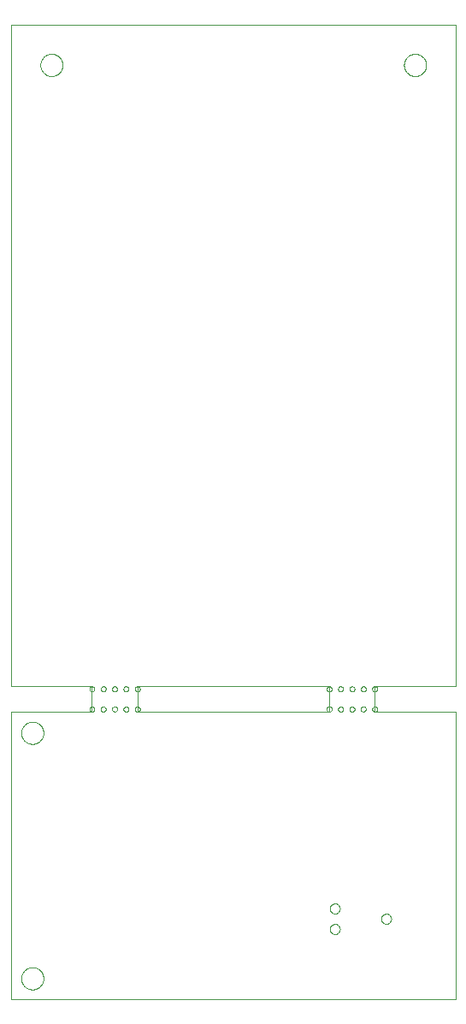
<source format=gko>
G75*
%MOIN*%
%OFA0B0*%
%FSLAX25Y25*%
%IPPOS*%
%LPD*%
%AMOC8*
5,1,8,0,0,1.08239X$1,22.5*
%
%ADD10C,0.00000*%
D10*
X0017516Y0001500D02*
X0017516Y0113705D01*
X0049012Y0113705D01*
X0049012Y0123547D01*
X0017516Y0123547D01*
X0017516Y0381421D01*
X0190745Y0381421D01*
X0190745Y0123547D01*
X0159249Y0123547D01*
X0159249Y0113705D01*
X0190745Y0113705D01*
X0190745Y0001500D01*
X0017516Y0001500D01*
X0021453Y0009768D02*
X0021455Y0009899D01*
X0021461Y0010031D01*
X0021471Y0010162D01*
X0021485Y0010293D01*
X0021503Y0010423D01*
X0021525Y0010552D01*
X0021550Y0010681D01*
X0021580Y0010809D01*
X0021614Y0010936D01*
X0021651Y0011063D01*
X0021692Y0011187D01*
X0021737Y0011311D01*
X0021786Y0011433D01*
X0021838Y0011554D01*
X0021894Y0011672D01*
X0021954Y0011790D01*
X0022017Y0011905D01*
X0022084Y0012018D01*
X0022154Y0012130D01*
X0022227Y0012239D01*
X0022303Y0012345D01*
X0022383Y0012450D01*
X0022466Y0012552D01*
X0022552Y0012651D01*
X0022641Y0012748D01*
X0022733Y0012842D01*
X0022828Y0012933D01*
X0022925Y0013022D01*
X0023025Y0013107D01*
X0023128Y0013189D01*
X0023233Y0013268D01*
X0023340Y0013344D01*
X0023450Y0013416D01*
X0023562Y0013485D01*
X0023676Y0013551D01*
X0023791Y0013613D01*
X0023909Y0013672D01*
X0024028Y0013727D01*
X0024149Y0013779D01*
X0024272Y0013826D01*
X0024396Y0013870D01*
X0024521Y0013911D01*
X0024647Y0013947D01*
X0024775Y0013980D01*
X0024903Y0014008D01*
X0025032Y0014033D01*
X0025162Y0014054D01*
X0025292Y0014071D01*
X0025423Y0014084D01*
X0025554Y0014093D01*
X0025685Y0014098D01*
X0025817Y0014099D01*
X0025948Y0014096D01*
X0026080Y0014089D01*
X0026211Y0014078D01*
X0026341Y0014063D01*
X0026471Y0014044D01*
X0026601Y0014021D01*
X0026729Y0013995D01*
X0026857Y0013964D01*
X0026984Y0013929D01*
X0027110Y0013891D01*
X0027234Y0013849D01*
X0027358Y0013803D01*
X0027479Y0013753D01*
X0027599Y0013700D01*
X0027718Y0013643D01*
X0027835Y0013583D01*
X0027949Y0013519D01*
X0028062Y0013451D01*
X0028173Y0013380D01*
X0028282Y0013306D01*
X0028388Y0013229D01*
X0028492Y0013148D01*
X0028593Y0013065D01*
X0028692Y0012978D01*
X0028788Y0012888D01*
X0028881Y0012795D01*
X0028972Y0012700D01*
X0029059Y0012602D01*
X0029144Y0012501D01*
X0029225Y0012398D01*
X0029303Y0012292D01*
X0029378Y0012184D01*
X0029450Y0012074D01*
X0029518Y0011962D01*
X0029583Y0011848D01*
X0029644Y0011731D01*
X0029702Y0011613D01*
X0029756Y0011493D01*
X0029807Y0011372D01*
X0029854Y0011249D01*
X0029897Y0011125D01*
X0029936Y0011000D01*
X0029972Y0010873D01*
X0030003Y0010745D01*
X0030031Y0010617D01*
X0030055Y0010488D01*
X0030075Y0010358D01*
X0030091Y0010227D01*
X0030103Y0010096D01*
X0030111Y0009965D01*
X0030115Y0009834D01*
X0030115Y0009702D01*
X0030111Y0009571D01*
X0030103Y0009440D01*
X0030091Y0009309D01*
X0030075Y0009178D01*
X0030055Y0009048D01*
X0030031Y0008919D01*
X0030003Y0008791D01*
X0029972Y0008663D01*
X0029936Y0008536D01*
X0029897Y0008411D01*
X0029854Y0008287D01*
X0029807Y0008164D01*
X0029756Y0008043D01*
X0029702Y0007923D01*
X0029644Y0007805D01*
X0029583Y0007688D01*
X0029518Y0007574D01*
X0029450Y0007462D01*
X0029378Y0007352D01*
X0029303Y0007244D01*
X0029225Y0007138D01*
X0029144Y0007035D01*
X0029059Y0006934D01*
X0028972Y0006836D01*
X0028881Y0006741D01*
X0028788Y0006648D01*
X0028692Y0006558D01*
X0028593Y0006471D01*
X0028492Y0006388D01*
X0028388Y0006307D01*
X0028282Y0006230D01*
X0028173Y0006156D01*
X0028062Y0006085D01*
X0027950Y0006017D01*
X0027835Y0005953D01*
X0027718Y0005893D01*
X0027599Y0005836D01*
X0027479Y0005783D01*
X0027358Y0005733D01*
X0027234Y0005687D01*
X0027110Y0005645D01*
X0026984Y0005607D01*
X0026857Y0005572D01*
X0026729Y0005541D01*
X0026601Y0005515D01*
X0026471Y0005492D01*
X0026341Y0005473D01*
X0026211Y0005458D01*
X0026080Y0005447D01*
X0025948Y0005440D01*
X0025817Y0005437D01*
X0025685Y0005438D01*
X0025554Y0005443D01*
X0025423Y0005452D01*
X0025292Y0005465D01*
X0025162Y0005482D01*
X0025032Y0005503D01*
X0024903Y0005528D01*
X0024775Y0005556D01*
X0024647Y0005589D01*
X0024521Y0005625D01*
X0024396Y0005666D01*
X0024272Y0005710D01*
X0024149Y0005757D01*
X0024028Y0005809D01*
X0023909Y0005864D01*
X0023791Y0005923D01*
X0023676Y0005985D01*
X0023562Y0006051D01*
X0023450Y0006120D01*
X0023340Y0006192D01*
X0023233Y0006268D01*
X0023128Y0006347D01*
X0023025Y0006429D01*
X0022925Y0006514D01*
X0022828Y0006603D01*
X0022733Y0006694D01*
X0022641Y0006788D01*
X0022552Y0006885D01*
X0022466Y0006984D01*
X0022383Y0007086D01*
X0022303Y0007191D01*
X0022227Y0007297D01*
X0022154Y0007406D01*
X0022084Y0007518D01*
X0022017Y0007631D01*
X0021954Y0007746D01*
X0021894Y0007864D01*
X0021838Y0007982D01*
X0021786Y0008103D01*
X0021737Y0008225D01*
X0021692Y0008349D01*
X0021651Y0008473D01*
X0021614Y0008600D01*
X0021580Y0008727D01*
X0021550Y0008855D01*
X0021525Y0008984D01*
X0021503Y0009113D01*
X0021485Y0009243D01*
X0021471Y0009374D01*
X0021461Y0009505D01*
X0021455Y0009637D01*
X0021453Y0009768D01*
X0021453Y0105437D02*
X0021455Y0105568D01*
X0021461Y0105700D01*
X0021471Y0105831D01*
X0021485Y0105962D01*
X0021503Y0106092D01*
X0021525Y0106221D01*
X0021550Y0106350D01*
X0021580Y0106478D01*
X0021614Y0106605D01*
X0021651Y0106732D01*
X0021692Y0106856D01*
X0021737Y0106980D01*
X0021786Y0107102D01*
X0021838Y0107223D01*
X0021894Y0107341D01*
X0021954Y0107459D01*
X0022017Y0107574D01*
X0022084Y0107687D01*
X0022154Y0107799D01*
X0022227Y0107908D01*
X0022303Y0108014D01*
X0022383Y0108119D01*
X0022466Y0108221D01*
X0022552Y0108320D01*
X0022641Y0108417D01*
X0022733Y0108511D01*
X0022828Y0108602D01*
X0022925Y0108691D01*
X0023025Y0108776D01*
X0023128Y0108858D01*
X0023233Y0108937D01*
X0023340Y0109013D01*
X0023450Y0109085D01*
X0023562Y0109154D01*
X0023676Y0109220D01*
X0023791Y0109282D01*
X0023909Y0109341D01*
X0024028Y0109396D01*
X0024149Y0109448D01*
X0024272Y0109495D01*
X0024396Y0109539D01*
X0024521Y0109580D01*
X0024647Y0109616D01*
X0024775Y0109649D01*
X0024903Y0109677D01*
X0025032Y0109702D01*
X0025162Y0109723D01*
X0025292Y0109740D01*
X0025423Y0109753D01*
X0025554Y0109762D01*
X0025685Y0109767D01*
X0025817Y0109768D01*
X0025948Y0109765D01*
X0026080Y0109758D01*
X0026211Y0109747D01*
X0026341Y0109732D01*
X0026471Y0109713D01*
X0026601Y0109690D01*
X0026729Y0109664D01*
X0026857Y0109633D01*
X0026984Y0109598D01*
X0027110Y0109560D01*
X0027234Y0109518D01*
X0027358Y0109472D01*
X0027479Y0109422D01*
X0027599Y0109369D01*
X0027718Y0109312D01*
X0027835Y0109252D01*
X0027949Y0109188D01*
X0028062Y0109120D01*
X0028173Y0109049D01*
X0028282Y0108975D01*
X0028388Y0108898D01*
X0028492Y0108817D01*
X0028593Y0108734D01*
X0028692Y0108647D01*
X0028788Y0108557D01*
X0028881Y0108464D01*
X0028972Y0108369D01*
X0029059Y0108271D01*
X0029144Y0108170D01*
X0029225Y0108067D01*
X0029303Y0107961D01*
X0029378Y0107853D01*
X0029450Y0107743D01*
X0029518Y0107631D01*
X0029583Y0107517D01*
X0029644Y0107400D01*
X0029702Y0107282D01*
X0029756Y0107162D01*
X0029807Y0107041D01*
X0029854Y0106918D01*
X0029897Y0106794D01*
X0029936Y0106669D01*
X0029972Y0106542D01*
X0030003Y0106414D01*
X0030031Y0106286D01*
X0030055Y0106157D01*
X0030075Y0106027D01*
X0030091Y0105896D01*
X0030103Y0105765D01*
X0030111Y0105634D01*
X0030115Y0105503D01*
X0030115Y0105371D01*
X0030111Y0105240D01*
X0030103Y0105109D01*
X0030091Y0104978D01*
X0030075Y0104847D01*
X0030055Y0104717D01*
X0030031Y0104588D01*
X0030003Y0104460D01*
X0029972Y0104332D01*
X0029936Y0104205D01*
X0029897Y0104080D01*
X0029854Y0103956D01*
X0029807Y0103833D01*
X0029756Y0103712D01*
X0029702Y0103592D01*
X0029644Y0103474D01*
X0029583Y0103357D01*
X0029518Y0103243D01*
X0029450Y0103131D01*
X0029378Y0103021D01*
X0029303Y0102913D01*
X0029225Y0102807D01*
X0029144Y0102704D01*
X0029059Y0102603D01*
X0028972Y0102505D01*
X0028881Y0102410D01*
X0028788Y0102317D01*
X0028692Y0102227D01*
X0028593Y0102140D01*
X0028492Y0102057D01*
X0028388Y0101976D01*
X0028282Y0101899D01*
X0028173Y0101825D01*
X0028062Y0101754D01*
X0027950Y0101686D01*
X0027835Y0101622D01*
X0027718Y0101562D01*
X0027599Y0101505D01*
X0027479Y0101452D01*
X0027358Y0101402D01*
X0027234Y0101356D01*
X0027110Y0101314D01*
X0026984Y0101276D01*
X0026857Y0101241D01*
X0026729Y0101210D01*
X0026601Y0101184D01*
X0026471Y0101161D01*
X0026341Y0101142D01*
X0026211Y0101127D01*
X0026080Y0101116D01*
X0025948Y0101109D01*
X0025817Y0101106D01*
X0025685Y0101107D01*
X0025554Y0101112D01*
X0025423Y0101121D01*
X0025292Y0101134D01*
X0025162Y0101151D01*
X0025032Y0101172D01*
X0024903Y0101197D01*
X0024775Y0101225D01*
X0024647Y0101258D01*
X0024521Y0101294D01*
X0024396Y0101335D01*
X0024272Y0101379D01*
X0024149Y0101426D01*
X0024028Y0101478D01*
X0023909Y0101533D01*
X0023791Y0101592D01*
X0023676Y0101654D01*
X0023562Y0101720D01*
X0023450Y0101789D01*
X0023340Y0101861D01*
X0023233Y0101937D01*
X0023128Y0102016D01*
X0023025Y0102098D01*
X0022925Y0102183D01*
X0022828Y0102272D01*
X0022733Y0102363D01*
X0022641Y0102457D01*
X0022552Y0102554D01*
X0022466Y0102653D01*
X0022383Y0102755D01*
X0022303Y0102860D01*
X0022227Y0102966D01*
X0022154Y0103075D01*
X0022084Y0103187D01*
X0022017Y0103300D01*
X0021954Y0103415D01*
X0021894Y0103533D01*
X0021838Y0103651D01*
X0021786Y0103772D01*
X0021737Y0103894D01*
X0021692Y0104018D01*
X0021651Y0104142D01*
X0021614Y0104269D01*
X0021580Y0104396D01*
X0021550Y0104524D01*
X0021525Y0104653D01*
X0021503Y0104782D01*
X0021485Y0104912D01*
X0021471Y0105043D01*
X0021461Y0105174D01*
X0021455Y0105306D01*
X0021453Y0105437D01*
X0048028Y0114689D02*
X0048030Y0114751D01*
X0048036Y0114814D01*
X0048046Y0114875D01*
X0048060Y0114936D01*
X0048077Y0114996D01*
X0048098Y0115055D01*
X0048124Y0115112D01*
X0048152Y0115167D01*
X0048184Y0115221D01*
X0048220Y0115272D01*
X0048258Y0115322D01*
X0048300Y0115368D01*
X0048344Y0115412D01*
X0048392Y0115453D01*
X0048441Y0115491D01*
X0048493Y0115525D01*
X0048547Y0115556D01*
X0048603Y0115584D01*
X0048661Y0115608D01*
X0048720Y0115629D01*
X0048780Y0115645D01*
X0048841Y0115658D01*
X0048903Y0115667D01*
X0048965Y0115672D01*
X0049028Y0115673D01*
X0049090Y0115670D01*
X0049152Y0115663D01*
X0049214Y0115652D01*
X0049274Y0115637D01*
X0049334Y0115619D01*
X0049392Y0115597D01*
X0049449Y0115571D01*
X0049504Y0115541D01*
X0049557Y0115508D01*
X0049608Y0115472D01*
X0049656Y0115433D01*
X0049702Y0115390D01*
X0049745Y0115345D01*
X0049785Y0115297D01*
X0049822Y0115247D01*
X0049856Y0115194D01*
X0049887Y0115140D01*
X0049913Y0115084D01*
X0049937Y0115026D01*
X0049956Y0114966D01*
X0049972Y0114906D01*
X0049984Y0114844D01*
X0049992Y0114783D01*
X0049996Y0114720D01*
X0049996Y0114658D01*
X0049992Y0114595D01*
X0049984Y0114534D01*
X0049972Y0114472D01*
X0049956Y0114412D01*
X0049937Y0114352D01*
X0049913Y0114294D01*
X0049887Y0114238D01*
X0049856Y0114184D01*
X0049822Y0114131D01*
X0049785Y0114081D01*
X0049745Y0114033D01*
X0049702Y0113988D01*
X0049656Y0113945D01*
X0049608Y0113906D01*
X0049557Y0113870D01*
X0049504Y0113837D01*
X0049449Y0113807D01*
X0049392Y0113781D01*
X0049334Y0113759D01*
X0049274Y0113741D01*
X0049214Y0113726D01*
X0049152Y0113715D01*
X0049090Y0113708D01*
X0049028Y0113705D01*
X0048965Y0113706D01*
X0048903Y0113711D01*
X0048841Y0113720D01*
X0048780Y0113733D01*
X0048720Y0113749D01*
X0048661Y0113770D01*
X0048603Y0113794D01*
X0048547Y0113822D01*
X0048493Y0113853D01*
X0048441Y0113887D01*
X0048392Y0113925D01*
X0048344Y0113966D01*
X0048300Y0114010D01*
X0048258Y0114056D01*
X0048220Y0114106D01*
X0048184Y0114157D01*
X0048152Y0114211D01*
X0048124Y0114266D01*
X0048098Y0114323D01*
X0048077Y0114382D01*
X0048060Y0114442D01*
X0048046Y0114503D01*
X0048036Y0114564D01*
X0048030Y0114627D01*
X0048028Y0114689D01*
X0052458Y0114689D02*
X0052460Y0114751D01*
X0052466Y0114814D01*
X0052476Y0114875D01*
X0052490Y0114936D01*
X0052507Y0114996D01*
X0052528Y0115055D01*
X0052554Y0115112D01*
X0052582Y0115167D01*
X0052614Y0115221D01*
X0052650Y0115272D01*
X0052688Y0115322D01*
X0052730Y0115368D01*
X0052774Y0115412D01*
X0052822Y0115453D01*
X0052871Y0115491D01*
X0052923Y0115525D01*
X0052977Y0115556D01*
X0053033Y0115584D01*
X0053091Y0115608D01*
X0053150Y0115629D01*
X0053210Y0115645D01*
X0053271Y0115658D01*
X0053333Y0115667D01*
X0053395Y0115672D01*
X0053458Y0115673D01*
X0053520Y0115670D01*
X0053582Y0115663D01*
X0053644Y0115652D01*
X0053704Y0115637D01*
X0053764Y0115619D01*
X0053822Y0115597D01*
X0053879Y0115571D01*
X0053934Y0115541D01*
X0053987Y0115508D01*
X0054038Y0115472D01*
X0054086Y0115433D01*
X0054132Y0115390D01*
X0054175Y0115345D01*
X0054215Y0115297D01*
X0054252Y0115247D01*
X0054286Y0115194D01*
X0054317Y0115140D01*
X0054343Y0115084D01*
X0054367Y0115026D01*
X0054386Y0114966D01*
X0054402Y0114906D01*
X0054414Y0114844D01*
X0054422Y0114783D01*
X0054426Y0114720D01*
X0054426Y0114658D01*
X0054422Y0114595D01*
X0054414Y0114534D01*
X0054402Y0114472D01*
X0054386Y0114412D01*
X0054367Y0114352D01*
X0054343Y0114294D01*
X0054317Y0114238D01*
X0054286Y0114184D01*
X0054252Y0114131D01*
X0054215Y0114081D01*
X0054175Y0114033D01*
X0054132Y0113988D01*
X0054086Y0113945D01*
X0054038Y0113906D01*
X0053987Y0113870D01*
X0053934Y0113837D01*
X0053879Y0113807D01*
X0053822Y0113781D01*
X0053764Y0113759D01*
X0053704Y0113741D01*
X0053644Y0113726D01*
X0053582Y0113715D01*
X0053520Y0113708D01*
X0053458Y0113705D01*
X0053395Y0113706D01*
X0053333Y0113711D01*
X0053271Y0113720D01*
X0053210Y0113733D01*
X0053150Y0113749D01*
X0053091Y0113770D01*
X0053033Y0113794D01*
X0052977Y0113822D01*
X0052923Y0113853D01*
X0052871Y0113887D01*
X0052822Y0113925D01*
X0052774Y0113966D01*
X0052730Y0114010D01*
X0052688Y0114056D01*
X0052650Y0114106D01*
X0052614Y0114157D01*
X0052582Y0114211D01*
X0052554Y0114266D01*
X0052528Y0114323D01*
X0052507Y0114382D01*
X0052490Y0114442D01*
X0052476Y0114503D01*
X0052466Y0114564D01*
X0052460Y0114627D01*
X0052458Y0114689D01*
X0056887Y0114689D02*
X0056889Y0114751D01*
X0056895Y0114814D01*
X0056905Y0114875D01*
X0056919Y0114936D01*
X0056936Y0114996D01*
X0056957Y0115055D01*
X0056983Y0115112D01*
X0057011Y0115167D01*
X0057043Y0115221D01*
X0057079Y0115272D01*
X0057117Y0115322D01*
X0057159Y0115368D01*
X0057203Y0115412D01*
X0057251Y0115453D01*
X0057300Y0115491D01*
X0057352Y0115525D01*
X0057406Y0115556D01*
X0057462Y0115584D01*
X0057520Y0115608D01*
X0057579Y0115629D01*
X0057639Y0115645D01*
X0057700Y0115658D01*
X0057762Y0115667D01*
X0057824Y0115672D01*
X0057887Y0115673D01*
X0057949Y0115670D01*
X0058011Y0115663D01*
X0058073Y0115652D01*
X0058133Y0115637D01*
X0058193Y0115619D01*
X0058251Y0115597D01*
X0058308Y0115571D01*
X0058363Y0115541D01*
X0058416Y0115508D01*
X0058467Y0115472D01*
X0058515Y0115433D01*
X0058561Y0115390D01*
X0058604Y0115345D01*
X0058644Y0115297D01*
X0058681Y0115247D01*
X0058715Y0115194D01*
X0058746Y0115140D01*
X0058772Y0115084D01*
X0058796Y0115026D01*
X0058815Y0114966D01*
X0058831Y0114906D01*
X0058843Y0114844D01*
X0058851Y0114783D01*
X0058855Y0114720D01*
X0058855Y0114658D01*
X0058851Y0114595D01*
X0058843Y0114534D01*
X0058831Y0114472D01*
X0058815Y0114412D01*
X0058796Y0114352D01*
X0058772Y0114294D01*
X0058746Y0114238D01*
X0058715Y0114184D01*
X0058681Y0114131D01*
X0058644Y0114081D01*
X0058604Y0114033D01*
X0058561Y0113988D01*
X0058515Y0113945D01*
X0058467Y0113906D01*
X0058416Y0113870D01*
X0058363Y0113837D01*
X0058308Y0113807D01*
X0058251Y0113781D01*
X0058193Y0113759D01*
X0058133Y0113741D01*
X0058073Y0113726D01*
X0058011Y0113715D01*
X0057949Y0113708D01*
X0057887Y0113705D01*
X0057824Y0113706D01*
X0057762Y0113711D01*
X0057700Y0113720D01*
X0057639Y0113733D01*
X0057579Y0113749D01*
X0057520Y0113770D01*
X0057462Y0113794D01*
X0057406Y0113822D01*
X0057352Y0113853D01*
X0057300Y0113887D01*
X0057251Y0113925D01*
X0057203Y0113966D01*
X0057159Y0114010D01*
X0057117Y0114056D01*
X0057079Y0114106D01*
X0057043Y0114157D01*
X0057011Y0114211D01*
X0056983Y0114266D01*
X0056957Y0114323D01*
X0056936Y0114382D01*
X0056919Y0114442D01*
X0056905Y0114503D01*
X0056895Y0114564D01*
X0056889Y0114627D01*
X0056887Y0114689D01*
X0061316Y0114689D02*
X0061318Y0114751D01*
X0061324Y0114814D01*
X0061334Y0114875D01*
X0061348Y0114936D01*
X0061365Y0114996D01*
X0061386Y0115055D01*
X0061412Y0115112D01*
X0061440Y0115167D01*
X0061472Y0115221D01*
X0061508Y0115272D01*
X0061546Y0115322D01*
X0061588Y0115368D01*
X0061632Y0115412D01*
X0061680Y0115453D01*
X0061729Y0115491D01*
X0061781Y0115525D01*
X0061835Y0115556D01*
X0061891Y0115584D01*
X0061949Y0115608D01*
X0062008Y0115629D01*
X0062068Y0115645D01*
X0062129Y0115658D01*
X0062191Y0115667D01*
X0062253Y0115672D01*
X0062316Y0115673D01*
X0062378Y0115670D01*
X0062440Y0115663D01*
X0062502Y0115652D01*
X0062562Y0115637D01*
X0062622Y0115619D01*
X0062680Y0115597D01*
X0062737Y0115571D01*
X0062792Y0115541D01*
X0062845Y0115508D01*
X0062896Y0115472D01*
X0062944Y0115433D01*
X0062990Y0115390D01*
X0063033Y0115345D01*
X0063073Y0115297D01*
X0063110Y0115247D01*
X0063144Y0115194D01*
X0063175Y0115140D01*
X0063201Y0115084D01*
X0063225Y0115026D01*
X0063244Y0114966D01*
X0063260Y0114906D01*
X0063272Y0114844D01*
X0063280Y0114783D01*
X0063284Y0114720D01*
X0063284Y0114658D01*
X0063280Y0114595D01*
X0063272Y0114534D01*
X0063260Y0114472D01*
X0063244Y0114412D01*
X0063225Y0114352D01*
X0063201Y0114294D01*
X0063175Y0114238D01*
X0063144Y0114184D01*
X0063110Y0114131D01*
X0063073Y0114081D01*
X0063033Y0114033D01*
X0062990Y0113988D01*
X0062944Y0113945D01*
X0062896Y0113906D01*
X0062845Y0113870D01*
X0062792Y0113837D01*
X0062737Y0113807D01*
X0062680Y0113781D01*
X0062622Y0113759D01*
X0062562Y0113741D01*
X0062502Y0113726D01*
X0062440Y0113715D01*
X0062378Y0113708D01*
X0062316Y0113705D01*
X0062253Y0113706D01*
X0062191Y0113711D01*
X0062129Y0113720D01*
X0062068Y0113733D01*
X0062008Y0113749D01*
X0061949Y0113770D01*
X0061891Y0113794D01*
X0061835Y0113822D01*
X0061781Y0113853D01*
X0061729Y0113887D01*
X0061680Y0113925D01*
X0061632Y0113966D01*
X0061588Y0114010D01*
X0061546Y0114056D01*
X0061508Y0114106D01*
X0061472Y0114157D01*
X0061440Y0114211D01*
X0061412Y0114266D01*
X0061386Y0114323D01*
X0061365Y0114382D01*
X0061348Y0114442D01*
X0061334Y0114503D01*
X0061324Y0114564D01*
X0061318Y0114627D01*
X0061316Y0114689D01*
X0065745Y0114689D02*
X0065747Y0114751D01*
X0065753Y0114814D01*
X0065763Y0114875D01*
X0065777Y0114936D01*
X0065794Y0114996D01*
X0065815Y0115055D01*
X0065841Y0115112D01*
X0065869Y0115167D01*
X0065901Y0115221D01*
X0065937Y0115272D01*
X0065975Y0115322D01*
X0066017Y0115368D01*
X0066061Y0115412D01*
X0066109Y0115453D01*
X0066158Y0115491D01*
X0066210Y0115525D01*
X0066264Y0115556D01*
X0066320Y0115584D01*
X0066378Y0115608D01*
X0066437Y0115629D01*
X0066497Y0115645D01*
X0066558Y0115658D01*
X0066620Y0115667D01*
X0066682Y0115672D01*
X0066745Y0115673D01*
X0066807Y0115670D01*
X0066869Y0115663D01*
X0066931Y0115652D01*
X0066991Y0115637D01*
X0067051Y0115619D01*
X0067109Y0115597D01*
X0067166Y0115571D01*
X0067221Y0115541D01*
X0067274Y0115508D01*
X0067325Y0115472D01*
X0067373Y0115433D01*
X0067419Y0115390D01*
X0067462Y0115345D01*
X0067502Y0115297D01*
X0067539Y0115247D01*
X0067573Y0115194D01*
X0067604Y0115140D01*
X0067630Y0115084D01*
X0067654Y0115026D01*
X0067673Y0114966D01*
X0067689Y0114906D01*
X0067701Y0114844D01*
X0067709Y0114783D01*
X0067713Y0114720D01*
X0067713Y0114658D01*
X0067709Y0114595D01*
X0067701Y0114534D01*
X0067689Y0114472D01*
X0067673Y0114412D01*
X0067654Y0114352D01*
X0067630Y0114294D01*
X0067604Y0114238D01*
X0067573Y0114184D01*
X0067539Y0114131D01*
X0067502Y0114081D01*
X0067462Y0114033D01*
X0067419Y0113988D01*
X0067373Y0113945D01*
X0067325Y0113906D01*
X0067274Y0113870D01*
X0067221Y0113837D01*
X0067166Y0113807D01*
X0067109Y0113781D01*
X0067051Y0113759D01*
X0066991Y0113741D01*
X0066931Y0113726D01*
X0066869Y0113715D01*
X0066807Y0113708D01*
X0066745Y0113705D01*
X0066682Y0113706D01*
X0066620Y0113711D01*
X0066558Y0113720D01*
X0066497Y0113733D01*
X0066437Y0113749D01*
X0066378Y0113770D01*
X0066320Y0113794D01*
X0066264Y0113822D01*
X0066210Y0113853D01*
X0066158Y0113887D01*
X0066109Y0113925D01*
X0066061Y0113966D01*
X0066017Y0114010D01*
X0065975Y0114056D01*
X0065937Y0114106D01*
X0065901Y0114157D01*
X0065869Y0114211D01*
X0065841Y0114266D01*
X0065815Y0114323D01*
X0065794Y0114382D01*
X0065777Y0114442D01*
X0065763Y0114503D01*
X0065753Y0114564D01*
X0065747Y0114627D01*
X0065745Y0114689D01*
X0066729Y0113705D02*
X0066729Y0123547D01*
X0141532Y0123547D01*
X0141532Y0113705D01*
X0066729Y0113705D01*
X0065745Y0122563D02*
X0065747Y0122625D01*
X0065753Y0122688D01*
X0065763Y0122749D01*
X0065777Y0122810D01*
X0065794Y0122870D01*
X0065815Y0122929D01*
X0065841Y0122986D01*
X0065869Y0123041D01*
X0065901Y0123095D01*
X0065937Y0123146D01*
X0065975Y0123196D01*
X0066017Y0123242D01*
X0066061Y0123286D01*
X0066109Y0123327D01*
X0066158Y0123365D01*
X0066210Y0123399D01*
X0066264Y0123430D01*
X0066320Y0123458D01*
X0066378Y0123482D01*
X0066437Y0123503D01*
X0066497Y0123519D01*
X0066558Y0123532D01*
X0066620Y0123541D01*
X0066682Y0123546D01*
X0066745Y0123547D01*
X0066807Y0123544D01*
X0066869Y0123537D01*
X0066931Y0123526D01*
X0066991Y0123511D01*
X0067051Y0123493D01*
X0067109Y0123471D01*
X0067166Y0123445D01*
X0067221Y0123415D01*
X0067274Y0123382D01*
X0067325Y0123346D01*
X0067373Y0123307D01*
X0067419Y0123264D01*
X0067462Y0123219D01*
X0067502Y0123171D01*
X0067539Y0123121D01*
X0067573Y0123068D01*
X0067604Y0123014D01*
X0067630Y0122958D01*
X0067654Y0122900D01*
X0067673Y0122840D01*
X0067689Y0122780D01*
X0067701Y0122718D01*
X0067709Y0122657D01*
X0067713Y0122594D01*
X0067713Y0122532D01*
X0067709Y0122469D01*
X0067701Y0122408D01*
X0067689Y0122346D01*
X0067673Y0122286D01*
X0067654Y0122226D01*
X0067630Y0122168D01*
X0067604Y0122112D01*
X0067573Y0122058D01*
X0067539Y0122005D01*
X0067502Y0121955D01*
X0067462Y0121907D01*
X0067419Y0121862D01*
X0067373Y0121819D01*
X0067325Y0121780D01*
X0067274Y0121744D01*
X0067221Y0121711D01*
X0067166Y0121681D01*
X0067109Y0121655D01*
X0067051Y0121633D01*
X0066991Y0121615D01*
X0066931Y0121600D01*
X0066869Y0121589D01*
X0066807Y0121582D01*
X0066745Y0121579D01*
X0066682Y0121580D01*
X0066620Y0121585D01*
X0066558Y0121594D01*
X0066497Y0121607D01*
X0066437Y0121623D01*
X0066378Y0121644D01*
X0066320Y0121668D01*
X0066264Y0121696D01*
X0066210Y0121727D01*
X0066158Y0121761D01*
X0066109Y0121799D01*
X0066061Y0121840D01*
X0066017Y0121884D01*
X0065975Y0121930D01*
X0065937Y0121980D01*
X0065901Y0122031D01*
X0065869Y0122085D01*
X0065841Y0122140D01*
X0065815Y0122197D01*
X0065794Y0122256D01*
X0065777Y0122316D01*
X0065763Y0122377D01*
X0065753Y0122438D01*
X0065747Y0122501D01*
X0065745Y0122563D01*
X0061316Y0122563D02*
X0061318Y0122625D01*
X0061324Y0122688D01*
X0061334Y0122749D01*
X0061348Y0122810D01*
X0061365Y0122870D01*
X0061386Y0122929D01*
X0061412Y0122986D01*
X0061440Y0123041D01*
X0061472Y0123095D01*
X0061508Y0123146D01*
X0061546Y0123196D01*
X0061588Y0123242D01*
X0061632Y0123286D01*
X0061680Y0123327D01*
X0061729Y0123365D01*
X0061781Y0123399D01*
X0061835Y0123430D01*
X0061891Y0123458D01*
X0061949Y0123482D01*
X0062008Y0123503D01*
X0062068Y0123519D01*
X0062129Y0123532D01*
X0062191Y0123541D01*
X0062253Y0123546D01*
X0062316Y0123547D01*
X0062378Y0123544D01*
X0062440Y0123537D01*
X0062502Y0123526D01*
X0062562Y0123511D01*
X0062622Y0123493D01*
X0062680Y0123471D01*
X0062737Y0123445D01*
X0062792Y0123415D01*
X0062845Y0123382D01*
X0062896Y0123346D01*
X0062944Y0123307D01*
X0062990Y0123264D01*
X0063033Y0123219D01*
X0063073Y0123171D01*
X0063110Y0123121D01*
X0063144Y0123068D01*
X0063175Y0123014D01*
X0063201Y0122958D01*
X0063225Y0122900D01*
X0063244Y0122840D01*
X0063260Y0122780D01*
X0063272Y0122718D01*
X0063280Y0122657D01*
X0063284Y0122594D01*
X0063284Y0122532D01*
X0063280Y0122469D01*
X0063272Y0122408D01*
X0063260Y0122346D01*
X0063244Y0122286D01*
X0063225Y0122226D01*
X0063201Y0122168D01*
X0063175Y0122112D01*
X0063144Y0122058D01*
X0063110Y0122005D01*
X0063073Y0121955D01*
X0063033Y0121907D01*
X0062990Y0121862D01*
X0062944Y0121819D01*
X0062896Y0121780D01*
X0062845Y0121744D01*
X0062792Y0121711D01*
X0062737Y0121681D01*
X0062680Y0121655D01*
X0062622Y0121633D01*
X0062562Y0121615D01*
X0062502Y0121600D01*
X0062440Y0121589D01*
X0062378Y0121582D01*
X0062316Y0121579D01*
X0062253Y0121580D01*
X0062191Y0121585D01*
X0062129Y0121594D01*
X0062068Y0121607D01*
X0062008Y0121623D01*
X0061949Y0121644D01*
X0061891Y0121668D01*
X0061835Y0121696D01*
X0061781Y0121727D01*
X0061729Y0121761D01*
X0061680Y0121799D01*
X0061632Y0121840D01*
X0061588Y0121884D01*
X0061546Y0121930D01*
X0061508Y0121980D01*
X0061472Y0122031D01*
X0061440Y0122085D01*
X0061412Y0122140D01*
X0061386Y0122197D01*
X0061365Y0122256D01*
X0061348Y0122316D01*
X0061334Y0122377D01*
X0061324Y0122438D01*
X0061318Y0122501D01*
X0061316Y0122563D01*
X0056887Y0122563D02*
X0056889Y0122625D01*
X0056895Y0122688D01*
X0056905Y0122749D01*
X0056919Y0122810D01*
X0056936Y0122870D01*
X0056957Y0122929D01*
X0056983Y0122986D01*
X0057011Y0123041D01*
X0057043Y0123095D01*
X0057079Y0123146D01*
X0057117Y0123196D01*
X0057159Y0123242D01*
X0057203Y0123286D01*
X0057251Y0123327D01*
X0057300Y0123365D01*
X0057352Y0123399D01*
X0057406Y0123430D01*
X0057462Y0123458D01*
X0057520Y0123482D01*
X0057579Y0123503D01*
X0057639Y0123519D01*
X0057700Y0123532D01*
X0057762Y0123541D01*
X0057824Y0123546D01*
X0057887Y0123547D01*
X0057949Y0123544D01*
X0058011Y0123537D01*
X0058073Y0123526D01*
X0058133Y0123511D01*
X0058193Y0123493D01*
X0058251Y0123471D01*
X0058308Y0123445D01*
X0058363Y0123415D01*
X0058416Y0123382D01*
X0058467Y0123346D01*
X0058515Y0123307D01*
X0058561Y0123264D01*
X0058604Y0123219D01*
X0058644Y0123171D01*
X0058681Y0123121D01*
X0058715Y0123068D01*
X0058746Y0123014D01*
X0058772Y0122958D01*
X0058796Y0122900D01*
X0058815Y0122840D01*
X0058831Y0122780D01*
X0058843Y0122718D01*
X0058851Y0122657D01*
X0058855Y0122594D01*
X0058855Y0122532D01*
X0058851Y0122469D01*
X0058843Y0122408D01*
X0058831Y0122346D01*
X0058815Y0122286D01*
X0058796Y0122226D01*
X0058772Y0122168D01*
X0058746Y0122112D01*
X0058715Y0122058D01*
X0058681Y0122005D01*
X0058644Y0121955D01*
X0058604Y0121907D01*
X0058561Y0121862D01*
X0058515Y0121819D01*
X0058467Y0121780D01*
X0058416Y0121744D01*
X0058363Y0121711D01*
X0058308Y0121681D01*
X0058251Y0121655D01*
X0058193Y0121633D01*
X0058133Y0121615D01*
X0058073Y0121600D01*
X0058011Y0121589D01*
X0057949Y0121582D01*
X0057887Y0121579D01*
X0057824Y0121580D01*
X0057762Y0121585D01*
X0057700Y0121594D01*
X0057639Y0121607D01*
X0057579Y0121623D01*
X0057520Y0121644D01*
X0057462Y0121668D01*
X0057406Y0121696D01*
X0057352Y0121727D01*
X0057300Y0121761D01*
X0057251Y0121799D01*
X0057203Y0121840D01*
X0057159Y0121884D01*
X0057117Y0121930D01*
X0057079Y0121980D01*
X0057043Y0122031D01*
X0057011Y0122085D01*
X0056983Y0122140D01*
X0056957Y0122197D01*
X0056936Y0122256D01*
X0056919Y0122316D01*
X0056905Y0122377D01*
X0056895Y0122438D01*
X0056889Y0122501D01*
X0056887Y0122563D01*
X0052458Y0122563D02*
X0052460Y0122625D01*
X0052466Y0122688D01*
X0052476Y0122749D01*
X0052490Y0122810D01*
X0052507Y0122870D01*
X0052528Y0122929D01*
X0052554Y0122986D01*
X0052582Y0123041D01*
X0052614Y0123095D01*
X0052650Y0123146D01*
X0052688Y0123196D01*
X0052730Y0123242D01*
X0052774Y0123286D01*
X0052822Y0123327D01*
X0052871Y0123365D01*
X0052923Y0123399D01*
X0052977Y0123430D01*
X0053033Y0123458D01*
X0053091Y0123482D01*
X0053150Y0123503D01*
X0053210Y0123519D01*
X0053271Y0123532D01*
X0053333Y0123541D01*
X0053395Y0123546D01*
X0053458Y0123547D01*
X0053520Y0123544D01*
X0053582Y0123537D01*
X0053644Y0123526D01*
X0053704Y0123511D01*
X0053764Y0123493D01*
X0053822Y0123471D01*
X0053879Y0123445D01*
X0053934Y0123415D01*
X0053987Y0123382D01*
X0054038Y0123346D01*
X0054086Y0123307D01*
X0054132Y0123264D01*
X0054175Y0123219D01*
X0054215Y0123171D01*
X0054252Y0123121D01*
X0054286Y0123068D01*
X0054317Y0123014D01*
X0054343Y0122958D01*
X0054367Y0122900D01*
X0054386Y0122840D01*
X0054402Y0122780D01*
X0054414Y0122718D01*
X0054422Y0122657D01*
X0054426Y0122594D01*
X0054426Y0122532D01*
X0054422Y0122469D01*
X0054414Y0122408D01*
X0054402Y0122346D01*
X0054386Y0122286D01*
X0054367Y0122226D01*
X0054343Y0122168D01*
X0054317Y0122112D01*
X0054286Y0122058D01*
X0054252Y0122005D01*
X0054215Y0121955D01*
X0054175Y0121907D01*
X0054132Y0121862D01*
X0054086Y0121819D01*
X0054038Y0121780D01*
X0053987Y0121744D01*
X0053934Y0121711D01*
X0053879Y0121681D01*
X0053822Y0121655D01*
X0053764Y0121633D01*
X0053704Y0121615D01*
X0053644Y0121600D01*
X0053582Y0121589D01*
X0053520Y0121582D01*
X0053458Y0121579D01*
X0053395Y0121580D01*
X0053333Y0121585D01*
X0053271Y0121594D01*
X0053210Y0121607D01*
X0053150Y0121623D01*
X0053091Y0121644D01*
X0053033Y0121668D01*
X0052977Y0121696D01*
X0052923Y0121727D01*
X0052871Y0121761D01*
X0052822Y0121799D01*
X0052774Y0121840D01*
X0052730Y0121884D01*
X0052688Y0121930D01*
X0052650Y0121980D01*
X0052614Y0122031D01*
X0052582Y0122085D01*
X0052554Y0122140D01*
X0052528Y0122197D01*
X0052507Y0122256D01*
X0052490Y0122316D01*
X0052476Y0122377D01*
X0052466Y0122438D01*
X0052460Y0122501D01*
X0052458Y0122563D01*
X0048028Y0122563D02*
X0048030Y0122625D01*
X0048036Y0122688D01*
X0048046Y0122749D01*
X0048060Y0122810D01*
X0048077Y0122870D01*
X0048098Y0122929D01*
X0048124Y0122986D01*
X0048152Y0123041D01*
X0048184Y0123095D01*
X0048220Y0123146D01*
X0048258Y0123196D01*
X0048300Y0123242D01*
X0048344Y0123286D01*
X0048392Y0123327D01*
X0048441Y0123365D01*
X0048493Y0123399D01*
X0048547Y0123430D01*
X0048603Y0123458D01*
X0048661Y0123482D01*
X0048720Y0123503D01*
X0048780Y0123519D01*
X0048841Y0123532D01*
X0048903Y0123541D01*
X0048965Y0123546D01*
X0049028Y0123547D01*
X0049090Y0123544D01*
X0049152Y0123537D01*
X0049214Y0123526D01*
X0049274Y0123511D01*
X0049334Y0123493D01*
X0049392Y0123471D01*
X0049449Y0123445D01*
X0049504Y0123415D01*
X0049557Y0123382D01*
X0049608Y0123346D01*
X0049656Y0123307D01*
X0049702Y0123264D01*
X0049745Y0123219D01*
X0049785Y0123171D01*
X0049822Y0123121D01*
X0049856Y0123068D01*
X0049887Y0123014D01*
X0049913Y0122958D01*
X0049937Y0122900D01*
X0049956Y0122840D01*
X0049972Y0122780D01*
X0049984Y0122718D01*
X0049992Y0122657D01*
X0049996Y0122594D01*
X0049996Y0122532D01*
X0049992Y0122469D01*
X0049984Y0122408D01*
X0049972Y0122346D01*
X0049956Y0122286D01*
X0049937Y0122226D01*
X0049913Y0122168D01*
X0049887Y0122112D01*
X0049856Y0122058D01*
X0049822Y0122005D01*
X0049785Y0121955D01*
X0049745Y0121907D01*
X0049702Y0121862D01*
X0049656Y0121819D01*
X0049608Y0121780D01*
X0049557Y0121744D01*
X0049504Y0121711D01*
X0049449Y0121681D01*
X0049392Y0121655D01*
X0049334Y0121633D01*
X0049274Y0121615D01*
X0049214Y0121600D01*
X0049152Y0121589D01*
X0049090Y0121582D01*
X0049028Y0121579D01*
X0048965Y0121580D01*
X0048903Y0121585D01*
X0048841Y0121594D01*
X0048780Y0121607D01*
X0048720Y0121623D01*
X0048661Y0121644D01*
X0048603Y0121668D01*
X0048547Y0121696D01*
X0048493Y0121727D01*
X0048441Y0121761D01*
X0048392Y0121799D01*
X0048344Y0121840D01*
X0048300Y0121884D01*
X0048258Y0121930D01*
X0048220Y0121980D01*
X0048184Y0122031D01*
X0048152Y0122085D01*
X0048124Y0122140D01*
X0048098Y0122197D01*
X0048077Y0122256D01*
X0048060Y0122316D01*
X0048046Y0122377D01*
X0048036Y0122438D01*
X0048030Y0122501D01*
X0048028Y0122563D01*
X0140548Y0122563D02*
X0140550Y0122625D01*
X0140556Y0122688D01*
X0140566Y0122749D01*
X0140580Y0122810D01*
X0140597Y0122870D01*
X0140618Y0122929D01*
X0140644Y0122986D01*
X0140672Y0123041D01*
X0140704Y0123095D01*
X0140740Y0123146D01*
X0140778Y0123196D01*
X0140820Y0123242D01*
X0140864Y0123286D01*
X0140912Y0123327D01*
X0140961Y0123365D01*
X0141013Y0123399D01*
X0141067Y0123430D01*
X0141123Y0123458D01*
X0141181Y0123482D01*
X0141240Y0123503D01*
X0141300Y0123519D01*
X0141361Y0123532D01*
X0141423Y0123541D01*
X0141485Y0123546D01*
X0141548Y0123547D01*
X0141610Y0123544D01*
X0141672Y0123537D01*
X0141734Y0123526D01*
X0141794Y0123511D01*
X0141854Y0123493D01*
X0141912Y0123471D01*
X0141969Y0123445D01*
X0142024Y0123415D01*
X0142077Y0123382D01*
X0142128Y0123346D01*
X0142176Y0123307D01*
X0142222Y0123264D01*
X0142265Y0123219D01*
X0142305Y0123171D01*
X0142342Y0123121D01*
X0142376Y0123068D01*
X0142407Y0123014D01*
X0142433Y0122958D01*
X0142457Y0122900D01*
X0142476Y0122840D01*
X0142492Y0122780D01*
X0142504Y0122718D01*
X0142512Y0122657D01*
X0142516Y0122594D01*
X0142516Y0122532D01*
X0142512Y0122469D01*
X0142504Y0122408D01*
X0142492Y0122346D01*
X0142476Y0122286D01*
X0142457Y0122226D01*
X0142433Y0122168D01*
X0142407Y0122112D01*
X0142376Y0122058D01*
X0142342Y0122005D01*
X0142305Y0121955D01*
X0142265Y0121907D01*
X0142222Y0121862D01*
X0142176Y0121819D01*
X0142128Y0121780D01*
X0142077Y0121744D01*
X0142024Y0121711D01*
X0141969Y0121681D01*
X0141912Y0121655D01*
X0141854Y0121633D01*
X0141794Y0121615D01*
X0141734Y0121600D01*
X0141672Y0121589D01*
X0141610Y0121582D01*
X0141548Y0121579D01*
X0141485Y0121580D01*
X0141423Y0121585D01*
X0141361Y0121594D01*
X0141300Y0121607D01*
X0141240Y0121623D01*
X0141181Y0121644D01*
X0141123Y0121668D01*
X0141067Y0121696D01*
X0141013Y0121727D01*
X0140961Y0121761D01*
X0140912Y0121799D01*
X0140864Y0121840D01*
X0140820Y0121884D01*
X0140778Y0121930D01*
X0140740Y0121980D01*
X0140704Y0122031D01*
X0140672Y0122085D01*
X0140644Y0122140D01*
X0140618Y0122197D01*
X0140597Y0122256D01*
X0140580Y0122316D01*
X0140566Y0122377D01*
X0140556Y0122438D01*
X0140550Y0122501D01*
X0140548Y0122563D01*
X0144977Y0122563D02*
X0144979Y0122625D01*
X0144985Y0122688D01*
X0144995Y0122749D01*
X0145009Y0122810D01*
X0145026Y0122870D01*
X0145047Y0122929D01*
X0145073Y0122986D01*
X0145101Y0123041D01*
X0145133Y0123095D01*
X0145169Y0123146D01*
X0145207Y0123196D01*
X0145249Y0123242D01*
X0145293Y0123286D01*
X0145341Y0123327D01*
X0145390Y0123365D01*
X0145442Y0123399D01*
X0145496Y0123430D01*
X0145552Y0123458D01*
X0145610Y0123482D01*
X0145669Y0123503D01*
X0145729Y0123519D01*
X0145790Y0123532D01*
X0145852Y0123541D01*
X0145914Y0123546D01*
X0145977Y0123547D01*
X0146039Y0123544D01*
X0146101Y0123537D01*
X0146163Y0123526D01*
X0146223Y0123511D01*
X0146283Y0123493D01*
X0146341Y0123471D01*
X0146398Y0123445D01*
X0146453Y0123415D01*
X0146506Y0123382D01*
X0146557Y0123346D01*
X0146605Y0123307D01*
X0146651Y0123264D01*
X0146694Y0123219D01*
X0146734Y0123171D01*
X0146771Y0123121D01*
X0146805Y0123068D01*
X0146836Y0123014D01*
X0146862Y0122958D01*
X0146886Y0122900D01*
X0146905Y0122840D01*
X0146921Y0122780D01*
X0146933Y0122718D01*
X0146941Y0122657D01*
X0146945Y0122594D01*
X0146945Y0122532D01*
X0146941Y0122469D01*
X0146933Y0122408D01*
X0146921Y0122346D01*
X0146905Y0122286D01*
X0146886Y0122226D01*
X0146862Y0122168D01*
X0146836Y0122112D01*
X0146805Y0122058D01*
X0146771Y0122005D01*
X0146734Y0121955D01*
X0146694Y0121907D01*
X0146651Y0121862D01*
X0146605Y0121819D01*
X0146557Y0121780D01*
X0146506Y0121744D01*
X0146453Y0121711D01*
X0146398Y0121681D01*
X0146341Y0121655D01*
X0146283Y0121633D01*
X0146223Y0121615D01*
X0146163Y0121600D01*
X0146101Y0121589D01*
X0146039Y0121582D01*
X0145977Y0121579D01*
X0145914Y0121580D01*
X0145852Y0121585D01*
X0145790Y0121594D01*
X0145729Y0121607D01*
X0145669Y0121623D01*
X0145610Y0121644D01*
X0145552Y0121668D01*
X0145496Y0121696D01*
X0145442Y0121727D01*
X0145390Y0121761D01*
X0145341Y0121799D01*
X0145293Y0121840D01*
X0145249Y0121884D01*
X0145207Y0121930D01*
X0145169Y0121980D01*
X0145133Y0122031D01*
X0145101Y0122085D01*
X0145073Y0122140D01*
X0145047Y0122197D01*
X0145026Y0122256D01*
X0145009Y0122316D01*
X0144995Y0122377D01*
X0144985Y0122438D01*
X0144979Y0122501D01*
X0144977Y0122563D01*
X0149406Y0122563D02*
X0149408Y0122625D01*
X0149414Y0122688D01*
X0149424Y0122749D01*
X0149438Y0122810D01*
X0149455Y0122870D01*
X0149476Y0122929D01*
X0149502Y0122986D01*
X0149530Y0123041D01*
X0149562Y0123095D01*
X0149598Y0123146D01*
X0149636Y0123196D01*
X0149678Y0123242D01*
X0149722Y0123286D01*
X0149770Y0123327D01*
X0149819Y0123365D01*
X0149871Y0123399D01*
X0149925Y0123430D01*
X0149981Y0123458D01*
X0150039Y0123482D01*
X0150098Y0123503D01*
X0150158Y0123519D01*
X0150219Y0123532D01*
X0150281Y0123541D01*
X0150343Y0123546D01*
X0150406Y0123547D01*
X0150468Y0123544D01*
X0150530Y0123537D01*
X0150592Y0123526D01*
X0150652Y0123511D01*
X0150712Y0123493D01*
X0150770Y0123471D01*
X0150827Y0123445D01*
X0150882Y0123415D01*
X0150935Y0123382D01*
X0150986Y0123346D01*
X0151034Y0123307D01*
X0151080Y0123264D01*
X0151123Y0123219D01*
X0151163Y0123171D01*
X0151200Y0123121D01*
X0151234Y0123068D01*
X0151265Y0123014D01*
X0151291Y0122958D01*
X0151315Y0122900D01*
X0151334Y0122840D01*
X0151350Y0122780D01*
X0151362Y0122718D01*
X0151370Y0122657D01*
X0151374Y0122594D01*
X0151374Y0122532D01*
X0151370Y0122469D01*
X0151362Y0122408D01*
X0151350Y0122346D01*
X0151334Y0122286D01*
X0151315Y0122226D01*
X0151291Y0122168D01*
X0151265Y0122112D01*
X0151234Y0122058D01*
X0151200Y0122005D01*
X0151163Y0121955D01*
X0151123Y0121907D01*
X0151080Y0121862D01*
X0151034Y0121819D01*
X0150986Y0121780D01*
X0150935Y0121744D01*
X0150882Y0121711D01*
X0150827Y0121681D01*
X0150770Y0121655D01*
X0150712Y0121633D01*
X0150652Y0121615D01*
X0150592Y0121600D01*
X0150530Y0121589D01*
X0150468Y0121582D01*
X0150406Y0121579D01*
X0150343Y0121580D01*
X0150281Y0121585D01*
X0150219Y0121594D01*
X0150158Y0121607D01*
X0150098Y0121623D01*
X0150039Y0121644D01*
X0149981Y0121668D01*
X0149925Y0121696D01*
X0149871Y0121727D01*
X0149819Y0121761D01*
X0149770Y0121799D01*
X0149722Y0121840D01*
X0149678Y0121884D01*
X0149636Y0121930D01*
X0149598Y0121980D01*
X0149562Y0122031D01*
X0149530Y0122085D01*
X0149502Y0122140D01*
X0149476Y0122197D01*
X0149455Y0122256D01*
X0149438Y0122316D01*
X0149424Y0122377D01*
X0149414Y0122438D01*
X0149408Y0122501D01*
X0149406Y0122563D01*
X0153836Y0122563D02*
X0153838Y0122625D01*
X0153844Y0122688D01*
X0153854Y0122749D01*
X0153868Y0122810D01*
X0153885Y0122870D01*
X0153906Y0122929D01*
X0153932Y0122986D01*
X0153960Y0123041D01*
X0153992Y0123095D01*
X0154028Y0123146D01*
X0154066Y0123196D01*
X0154108Y0123242D01*
X0154152Y0123286D01*
X0154200Y0123327D01*
X0154249Y0123365D01*
X0154301Y0123399D01*
X0154355Y0123430D01*
X0154411Y0123458D01*
X0154469Y0123482D01*
X0154528Y0123503D01*
X0154588Y0123519D01*
X0154649Y0123532D01*
X0154711Y0123541D01*
X0154773Y0123546D01*
X0154836Y0123547D01*
X0154898Y0123544D01*
X0154960Y0123537D01*
X0155022Y0123526D01*
X0155082Y0123511D01*
X0155142Y0123493D01*
X0155200Y0123471D01*
X0155257Y0123445D01*
X0155312Y0123415D01*
X0155365Y0123382D01*
X0155416Y0123346D01*
X0155464Y0123307D01*
X0155510Y0123264D01*
X0155553Y0123219D01*
X0155593Y0123171D01*
X0155630Y0123121D01*
X0155664Y0123068D01*
X0155695Y0123014D01*
X0155721Y0122958D01*
X0155745Y0122900D01*
X0155764Y0122840D01*
X0155780Y0122780D01*
X0155792Y0122718D01*
X0155800Y0122657D01*
X0155804Y0122594D01*
X0155804Y0122532D01*
X0155800Y0122469D01*
X0155792Y0122408D01*
X0155780Y0122346D01*
X0155764Y0122286D01*
X0155745Y0122226D01*
X0155721Y0122168D01*
X0155695Y0122112D01*
X0155664Y0122058D01*
X0155630Y0122005D01*
X0155593Y0121955D01*
X0155553Y0121907D01*
X0155510Y0121862D01*
X0155464Y0121819D01*
X0155416Y0121780D01*
X0155365Y0121744D01*
X0155312Y0121711D01*
X0155257Y0121681D01*
X0155200Y0121655D01*
X0155142Y0121633D01*
X0155082Y0121615D01*
X0155022Y0121600D01*
X0154960Y0121589D01*
X0154898Y0121582D01*
X0154836Y0121579D01*
X0154773Y0121580D01*
X0154711Y0121585D01*
X0154649Y0121594D01*
X0154588Y0121607D01*
X0154528Y0121623D01*
X0154469Y0121644D01*
X0154411Y0121668D01*
X0154355Y0121696D01*
X0154301Y0121727D01*
X0154249Y0121761D01*
X0154200Y0121799D01*
X0154152Y0121840D01*
X0154108Y0121884D01*
X0154066Y0121930D01*
X0154028Y0121980D01*
X0153992Y0122031D01*
X0153960Y0122085D01*
X0153932Y0122140D01*
X0153906Y0122197D01*
X0153885Y0122256D01*
X0153868Y0122316D01*
X0153854Y0122377D01*
X0153844Y0122438D01*
X0153838Y0122501D01*
X0153836Y0122563D01*
X0158265Y0122563D02*
X0158267Y0122625D01*
X0158273Y0122688D01*
X0158283Y0122749D01*
X0158297Y0122810D01*
X0158314Y0122870D01*
X0158335Y0122929D01*
X0158361Y0122986D01*
X0158389Y0123041D01*
X0158421Y0123095D01*
X0158457Y0123146D01*
X0158495Y0123196D01*
X0158537Y0123242D01*
X0158581Y0123286D01*
X0158629Y0123327D01*
X0158678Y0123365D01*
X0158730Y0123399D01*
X0158784Y0123430D01*
X0158840Y0123458D01*
X0158898Y0123482D01*
X0158957Y0123503D01*
X0159017Y0123519D01*
X0159078Y0123532D01*
X0159140Y0123541D01*
X0159202Y0123546D01*
X0159265Y0123547D01*
X0159327Y0123544D01*
X0159389Y0123537D01*
X0159451Y0123526D01*
X0159511Y0123511D01*
X0159571Y0123493D01*
X0159629Y0123471D01*
X0159686Y0123445D01*
X0159741Y0123415D01*
X0159794Y0123382D01*
X0159845Y0123346D01*
X0159893Y0123307D01*
X0159939Y0123264D01*
X0159982Y0123219D01*
X0160022Y0123171D01*
X0160059Y0123121D01*
X0160093Y0123068D01*
X0160124Y0123014D01*
X0160150Y0122958D01*
X0160174Y0122900D01*
X0160193Y0122840D01*
X0160209Y0122780D01*
X0160221Y0122718D01*
X0160229Y0122657D01*
X0160233Y0122594D01*
X0160233Y0122532D01*
X0160229Y0122469D01*
X0160221Y0122408D01*
X0160209Y0122346D01*
X0160193Y0122286D01*
X0160174Y0122226D01*
X0160150Y0122168D01*
X0160124Y0122112D01*
X0160093Y0122058D01*
X0160059Y0122005D01*
X0160022Y0121955D01*
X0159982Y0121907D01*
X0159939Y0121862D01*
X0159893Y0121819D01*
X0159845Y0121780D01*
X0159794Y0121744D01*
X0159741Y0121711D01*
X0159686Y0121681D01*
X0159629Y0121655D01*
X0159571Y0121633D01*
X0159511Y0121615D01*
X0159451Y0121600D01*
X0159389Y0121589D01*
X0159327Y0121582D01*
X0159265Y0121579D01*
X0159202Y0121580D01*
X0159140Y0121585D01*
X0159078Y0121594D01*
X0159017Y0121607D01*
X0158957Y0121623D01*
X0158898Y0121644D01*
X0158840Y0121668D01*
X0158784Y0121696D01*
X0158730Y0121727D01*
X0158678Y0121761D01*
X0158629Y0121799D01*
X0158581Y0121840D01*
X0158537Y0121884D01*
X0158495Y0121930D01*
X0158457Y0121980D01*
X0158421Y0122031D01*
X0158389Y0122085D01*
X0158361Y0122140D01*
X0158335Y0122197D01*
X0158314Y0122256D01*
X0158297Y0122316D01*
X0158283Y0122377D01*
X0158273Y0122438D01*
X0158267Y0122501D01*
X0158265Y0122563D01*
X0158265Y0114689D02*
X0158267Y0114751D01*
X0158273Y0114814D01*
X0158283Y0114875D01*
X0158297Y0114936D01*
X0158314Y0114996D01*
X0158335Y0115055D01*
X0158361Y0115112D01*
X0158389Y0115167D01*
X0158421Y0115221D01*
X0158457Y0115272D01*
X0158495Y0115322D01*
X0158537Y0115368D01*
X0158581Y0115412D01*
X0158629Y0115453D01*
X0158678Y0115491D01*
X0158730Y0115525D01*
X0158784Y0115556D01*
X0158840Y0115584D01*
X0158898Y0115608D01*
X0158957Y0115629D01*
X0159017Y0115645D01*
X0159078Y0115658D01*
X0159140Y0115667D01*
X0159202Y0115672D01*
X0159265Y0115673D01*
X0159327Y0115670D01*
X0159389Y0115663D01*
X0159451Y0115652D01*
X0159511Y0115637D01*
X0159571Y0115619D01*
X0159629Y0115597D01*
X0159686Y0115571D01*
X0159741Y0115541D01*
X0159794Y0115508D01*
X0159845Y0115472D01*
X0159893Y0115433D01*
X0159939Y0115390D01*
X0159982Y0115345D01*
X0160022Y0115297D01*
X0160059Y0115247D01*
X0160093Y0115194D01*
X0160124Y0115140D01*
X0160150Y0115084D01*
X0160174Y0115026D01*
X0160193Y0114966D01*
X0160209Y0114906D01*
X0160221Y0114844D01*
X0160229Y0114783D01*
X0160233Y0114720D01*
X0160233Y0114658D01*
X0160229Y0114595D01*
X0160221Y0114534D01*
X0160209Y0114472D01*
X0160193Y0114412D01*
X0160174Y0114352D01*
X0160150Y0114294D01*
X0160124Y0114238D01*
X0160093Y0114184D01*
X0160059Y0114131D01*
X0160022Y0114081D01*
X0159982Y0114033D01*
X0159939Y0113988D01*
X0159893Y0113945D01*
X0159845Y0113906D01*
X0159794Y0113870D01*
X0159741Y0113837D01*
X0159686Y0113807D01*
X0159629Y0113781D01*
X0159571Y0113759D01*
X0159511Y0113741D01*
X0159451Y0113726D01*
X0159389Y0113715D01*
X0159327Y0113708D01*
X0159265Y0113705D01*
X0159202Y0113706D01*
X0159140Y0113711D01*
X0159078Y0113720D01*
X0159017Y0113733D01*
X0158957Y0113749D01*
X0158898Y0113770D01*
X0158840Y0113794D01*
X0158784Y0113822D01*
X0158730Y0113853D01*
X0158678Y0113887D01*
X0158629Y0113925D01*
X0158581Y0113966D01*
X0158537Y0114010D01*
X0158495Y0114056D01*
X0158457Y0114106D01*
X0158421Y0114157D01*
X0158389Y0114211D01*
X0158361Y0114266D01*
X0158335Y0114323D01*
X0158314Y0114382D01*
X0158297Y0114442D01*
X0158283Y0114503D01*
X0158273Y0114564D01*
X0158267Y0114627D01*
X0158265Y0114689D01*
X0153836Y0114689D02*
X0153838Y0114751D01*
X0153844Y0114814D01*
X0153854Y0114875D01*
X0153868Y0114936D01*
X0153885Y0114996D01*
X0153906Y0115055D01*
X0153932Y0115112D01*
X0153960Y0115167D01*
X0153992Y0115221D01*
X0154028Y0115272D01*
X0154066Y0115322D01*
X0154108Y0115368D01*
X0154152Y0115412D01*
X0154200Y0115453D01*
X0154249Y0115491D01*
X0154301Y0115525D01*
X0154355Y0115556D01*
X0154411Y0115584D01*
X0154469Y0115608D01*
X0154528Y0115629D01*
X0154588Y0115645D01*
X0154649Y0115658D01*
X0154711Y0115667D01*
X0154773Y0115672D01*
X0154836Y0115673D01*
X0154898Y0115670D01*
X0154960Y0115663D01*
X0155022Y0115652D01*
X0155082Y0115637D01*
X0155142Y0115619D01*
X0155200Y0115597D01*
X0155257Y0115571D01*
X0155312Y0115541D01*
X0155365Y0115508D01*
X0155416Y0115472D01*
X0155464Y0115433D01*
X0155510Y0115390D01*
X0155553Y0115345D01*
X0155593Y0115297D01*
X0155630Y0115247D01*
X0155664Y0115194D01*
X0155695Y0115140D01*
X0155721Y0115084D01*
X0155745Y0115026D01*
X0155764Y0114966D01*
X0155780Y0114906D01*
X0155792Y0114844D01*
X0155800Y0114783D01*
X0155804Y0114720D01*
X0155804Y0114658D01*
X0155800Y0114595D01*
X0155792Y0114534D01*
X0155780Y0114472D01*
X0155764Y0114412D01*
X0155745Y0114352D01*
X0155721Y0114294D01*
X0155695Y0114238D01*
X0155664Y0114184D01*
X0155630Y0114131D01*
X0155593Y0114081D01*
X0155553Y0114033D01*
X0155510Y0113988D01*
X0155464Y0113945D01*
X0155416Y0113906D01*
X0155365Y0113870D01*
X0155312Y0113837D01*
X0155257Y0113807D01*
X0155200Y0113781D01*
X0155142Y0113759D01*
X0155082Y0113741D01*
X0155022Y0113726D01*
X0154960Y0113715D01*
X0154898Y0113708D01*
X0154836Y0113705D01*
X0154773Y0113706D01*
X0154711Y0113711D01*
X0154649Y0113720D01*
X0154588Y0113733D01*
X0154528Y0113749D01*
X0154469Y0113770D01*
X0154411Y0113794D01*
X0154355Y0113822D01*
X0154301Y0113853D01*
X0154249Y0113887D01*
X0154200Y0113925D01*
X0154152Y0113966D01*
X0154108Y0114010D01*
X0154066Y0114056D01*
X0154028Y0114106D01*
X0153992Y0114157D01*
X0153960Y0114211D01*
X0153932Y0114266D01*
X0153906Y0114323D01*
X0153885Y0114382D01*
X0153868Y0114442D01*
X0153854Y0114503D01*
X0153844Y0114564D01*
X0153838Y0114627D01*
X0153836Y0114689D01*
X0149406Y0114689D02*
X0149408Y0114751D01*
X0149414Y0114814D01*
X0149424Y0114875D01*
X0149438Y0114936D01*
X0149455Y0114996D01*
X0149476Y0115055D01*
X0149502Y0115112D01*
X0149530Y0115167D01*
X0149562Y0115221D01*
X0149598Y0115272D01*
X0149636Y0115322D01*
X0149678Y0115368D01*
X0149722Y0115412D01*
X0149770Y0115453D01*
X0149819Y0115491D01*
X0149871Y0115525D01*
X0149925Y0115556D01*
X0149981Y0115584D01*
X0150039Y0115608D01*
X0150098Y0115629D01*
X0150158Y0115645D01*
X0150219Y0115658D01*
X0150281Y0115667D01*
X0150343Y0115672D01*
X0150406Y0115673D01*
X0150468Y0115670D01*
X0150530Y0115663D01*
X0150592Y0115652D01*
X0150652Y0115637D01*
X0150712Y0115619D01*
X0150770Y0115597D01*
X0150827Y0115571D01*
X0150882Y0115541D01*
X0150935Y0115508D01*
X0150986Y0115472D01*
X0151034Y0115433D01*
X0151080Y0115390D01*
X0151123Y0115345D01*
X0151163Y0115297D01*
X0151200Y0115247D01*
X0151234Y0115194D01*
X0151265Y0115140D01*
X0151291Y0115084D01*
X0151315Y0115026D01*
X0151334Y0114966D01*
X0151350Y0114906D01*
X0151362Y0114844D01*
X0151370Y0114783D01*
X0151374Y0114720D01*
X0151374Y0114658D01*
X0151370Y0114595D01*
X0151362Y0114534D01*
X0151350Y0114472D01*
X0151334Y0114412D01*
X0151315Y0114352D01*
X0151291Y0114294D01*
X0151265Y0114238D01*
X0151234Y0114184D01*
X0151200Y0114131D01*
X0151163Y0114081D01*
X0151123Y0114033D01*
X0151080Y0113988D01*
X0151034Y0113945D01*
X0150986Y0113906D01*
X0150935Y0113870D01*
X0150882Y0113837D01*
X0150827Y0113807D01*
X0150770Y0113781D01*
X0150712Y0113759D01*
X0150652Y0113741D01*
X0150592Y0113726D01*
X0150530Y0113715D01*
X0150468Y0113708D01*
X0150406Y0113705D01*
X0150343Y0113706D01*
X0150281Y0113711D01*
X0150219Y0113720D01*
X0150158Y0113733D01*
X0150098Y0113749D01*
X0150039Y0113770D01*
X0149981Y0113794D01*
X0149925Y0113822D01*
X0149871Y0113853D01*
X0149819Y0113887D01*
X0149770Y0113925D01*
X0149722Y0113966D01*
X0149678Y0114010D01*
X0149636Y0114056D01*
X0149598Y0114106D01*
X0149562Y0114157D01*
X0149530Y0114211D01*
X0149502Y0114266D01*
X0149476Y0114323D01*
X0149455Y0114382D01*
X0149438Y0114442D01*
X0149424Y0114503D01*
X0149414Y0114564D01*
X0149408Y0114627D01*
X0149406Y0114689D01*
X0144977Y0114689D02*
X0144979Y0114751D01*
X0144985Y0114814D01*
X0144995Y0114875D01*
X0145009Y0114936D01*
X0145026Y0114996D01*
X0145047Y0115055D01*
X0145073Y0115112D01*
X0145101Y0115167D01*
X0145133Y0115221D01*
X0145169Y0115272D01*
X0145207Y0115322D01*
X0145249Y0115368D01*
X0145293Y0115412D01*
X0145341Y0115453D01*
X0145390Y0115491D01*
X0145442Y0115525D01*
X0145496Y0115556D01*
X0145552Y0115584D01*
X0145610Y0115608D01*
X0145669Y0115629D01*
X0145729Y0115645D01*
X0145790Y0115658D01*
X0145852Y0115667D01*
X0145914Y0115672D01*
X0145977Y0115673D01*
X0146039Y0115670D01*
X0146101Y0115663D01*
X0146163Y0115652D01*
X0146223Y0115637D01*
X0146283Y0115619D01*
X0146341Y0115597D01*
X0146398Y0115571D01*
X0146453Y0115541D01*
X0146506Y0115508D01*
X0146557Y0115472D01*
X0146605Y0115433D01*
X0146651Y0115390D01*
X0146694Y0115345D01*
X0146734Y0115297D01*
X0146771Y0115247D01*
X0146805Y0115194D01*
X0146836Y0115140D01*
X0146862Y0115084D01*
X0146886Y0115026D01*
X0146905Y0114966D01*
X0146921Y0114906D01*
X0146933Y0114844D01*
X0146941Y0114783D01*
X0146945Y0114720D01*
X0146945Y0114658D01*
X0146941Y0114595D01*
X0146933Y0114534D01*
X0146921Y0114472D01*
X0146905Y0114412D01*
X0146886Y0114352D01*
X0146862Y0114294D01*
X0146836Y0114238D01*
X0146805Y0114184D01*
X0146771Y0114131D01*
X0146734Y0114081D01*
X0146694Y0114033D01*
X0146651Y0113988D01*
X0146605Y0113945D01*
X0146557Y0113906D01*
X0146506Y0113870D01*
X0146453Y0113837D01*
X0146398Y0113807D01*
X0146341Y0113781D01*
X0146283Y0113759D01*
X0146223Y0113741D01*
X0146163Y0113726D01*
X0146101Y0113715D01*
X0146039Y0113708D01*
X0145977Y0113705D01*
X0145914Y0113706D01*
X0145852Y0113711D01*
X0145790Y0113720D01*
X0145729Y0113733D01*
X0145669Y0113749D01*
X0145610Y0113770D01*
X0145552Y0113794D01*
X0145496Y0113822D01*
X0145442Y0113853D01*
X0145390Y0113887D01*
X0145341Y0113925D01*
X0145293Y0113966D01*
X0145249Y0114010D01*
X0145207Y0114056D01*
X0145169Y0114106D01*
X0145133Y0114157D01*
X0145101Y0114211D01*
X0145073Y0114266D01*
X0145047Y0114323D01*
X0145026Y0114382D01*
X0145009Y0114442D01*
X0144995Y0114503D01*
X0144985Y0114564D01*
X0144979Y0114627D01*
X0144977Y0114689D01*
X0140548Y0114689D02*
X0140550Y0114751D01*
X0140556Y0114814D01*
X0140566Y0114875D01*
X0140580Y0114936D01*
X0140597Y0114996D01*
X0140618Y0115055D01*
X0140644Y0115112D01*
X0140672Y0115167D01*
X0140704Y0115221D01*
X0140740Y0115272D01*
X0140778Y0115322D01*
X0140820Y0115368D01*
X0140864Y0115412D01*
X0140912Y0115453D01*
X0140961Y0115491D01*
X0141013Y0115525D01*
X0141067Y0115556D01*
X0141123Y0115584D01*
X0141181Y0115608D01*
X0141240Y0115629D01*
X0141300Y0115645D01*
X0141361Y0115658D01*
X0141423Y0115667D01*
X0141485Y0115672D01*
X0141548Y0115673D01*
X0141610Y0115670D01*
X0141672Y0115663D01*
X0141734Y0115652D01*
X0141794Y0115637D01*
X0141854Y0115619D01*
X0141912Y0115597D01*
X0141969Y0115571D01*
X0142024Y0115541D01*
X0142077Y0115508D01*
X0142128Y0115472D01*
X0142176Y0115433D01*
X0142222Y0115390D01*
X0142265Y0115345D01*
X0142305Y0115297D01*
X0142342Y0115247D01*
X0142376Y0115194D01*
X0142407Y0115140D01*
X0142433Y0115084D01*
X0142457Y0115026D01*
X0142476Y0114966D01*
X0142492Y0114906D01*
X0142504Y0114844D01*
X0142512Y0114783D01*
X0142516Y0114720D01*
X0142516Y0114658D01*
X0142512Y0114595D01*
X0142504Y0114534D01*
X0142492Y0114472D01*
X0142476Y0114412D01*
X0142457Y0114352D01*
X0142433Y0114294D01*
X0142407Y0114238D01*
X0142376Y0114184D01*
X0142342Y0114131D01*
X0142305Y0114081D01*
X0142265Y0114033D01*
X0142222Y0113988D01*
X0142176Y0113945D01*
X0142128Y0113906D01*
X0142077Y0113870D01*
X0142024Y0113837D01*
X0141969Y0113807D01*
X0141912Y0113781D01*
X0141854Y0113759D01*
X0141794Y0113741D01*
X0141734Y0113726D01*
X0141672Y0113715D01*
X0141610Y0113708D01*
X0141548Y0113705D01*
X0141485Y0113706D01*
X0141423Y0113711D01*
X0141361Y0113720D01*
X0141300Y0113733D01*
X0141240Y0113749D01*
X0141181Y0113770D01*
X0141123Y0113794D01*
X0141067Y0113822D01*
X0141013Y0113853D01*
X0140961Y0113887D01*
X0140912Y0113925D01*
X0140864Y0113966D01*
X0140820Y0114010D01*
X0140778Y0114056D01*
X0140740Y0114106D01*
X0140704Y0114157D01*
X0140672Y0114211D01*
X0140644Y0114266D01*
X0140618Y0114323D01*
X0140597Y0114382D01*
X0140580Y0114442D01*
X0140566Y0114503D01*
X0140556Y0114564D01*
X0140550Y0114627D01*
X0140548Y0114689D01*
X0141786Y0036996D02*
X0141788Y0037084D01*
X0141794Y0037172D01*
X0141804Y0037260D01*
X0141818Y0037347D01*
X0141836Y0037433D01*
X0141857Y0037519D01*
X0141883Y0037603D01*
X0141912Y0037686D01*
X0141945Y0037768D01*
X0141982Y0037848D01*
X0142022Y0037927D01*
X0142066Y0038003D01*
X0142113Y0038078D01*
X0142164Y0038150D01*
X0142218Y0038220D01*
X0142274Y0038287D01*
X0142334Y0038352D01*
X0142397Y0038414D01*
X0142462Y0038473D01*
X0142530Y0038529D01*
X0142601Y0038582D01*
X0142674Y0038632D01*
X0142749Y0038678D01*
X0142826Y0038721D01*
X0142905Y0038761D01*
X0142985Y0038796D01*
X0143067Y0038829D01*
X0143151Y0038857D01*
X0143236Y0038881D01*
X0143321Y0038902D01*
X0143408Y0038919D01*
X0143495Y0038932D01*
X0143583Y0038941D01*
X0143671Y0038946D01*
X0143759Y0038947D01*
X0143847Y0038944D01*
X0143935Y0038937D01*
X0144023Y0038926D01*
X0144110Y0038911D01*
X0144196Y0038892D01*
X0144281Y0038870D01*
X0144365Y0038843D01*
X0144448Y0038813D01*
X0144529Y0038779D01*
X0144609Y0038741D01*
X0144687Y0038700D01*
X0144763Y0038655D01*
X0144837Y0038607D01*
X0144909Y0038556D01*
X0144978Y0038502D01*
X0145045Y0038444D01*
X0145109Y0038383D01*
X0145170Y0038320D01*
X0145228Y0038254D01*
X0145284Y0038185D01*
X0145336Y0038114D01*
X0145385Y0038041D01*
X0145430Y0037965D01*
X0145472Y0037888D01*
X0145511Y0037808D01*
X0145546Y0037727D01*
X0145577Y0037645D01*
X0145604Y0037561D01*
X0145628Y0037476D01*
X0145648Y0037390D01*
X0145664Y0037303D01*
X0145676Y0037216D01*
X0145684Y0037128D01*
X0145688Y0037040D01*
X0145688Y0036952D01*
X0145684Y0036864D01*
X0145676Y0036776D01*
X0145664Y0036689D01*
X0145648Y0036602D01*
X0145628Y0036516D01*
X0145604Y0036431D01*
X0145577Y0036347D01*
X0145546Y0036265D01*
X0145511Y0036184D01*
X0145472Y0036104D01*
X0145430Y0036027D01*
X0145385Y0035951D01*
X0145336Y0035878D01*
X0145284Y0035807D01*
X0145228Y0035738D01*
X0145170Y0035672D01*
X0145109Y0035609D01*
X0145045Y0035548D01*
X0144978Y0035490D01*
X0144909Y0035436D01*
X0144837Y0035385D01*
X0144763Y0035337D01*
X0144687Y0035292D01*
X0144609Y0035251D01*
X0144529Y0035213D01*
X0144448Y0035179D01*
X0144365Y0035149D01*
X0144281Y0035122D01*
X0144196Y0035100D01*
X0144110Y0035081D01*
X0144023Y0035066D01*
X0143935Y0035055D01*
X0143847Y0035048D01*
X0143759Y0035045D01*
X0143671Y0035046D01*
X0143583Y0035051D01*
X0143495Y0035060D01*
X0143408Y0035073D01*
X0143321Y0035090D01*
X0143236Y0035111D01*
X0143151Y0035135D01*
X0143067Y0035163D01*
X0142985Y0035196D01*
X0142905Y0035231D01*
X0142826Y0035271D01*
X0142749Y0035314D01*
X0142674Y0035360D01*
X0142601Y0035410D01*
X0142530Y0035463D01*
X0142462Y0035519D01*
X0142397Y0035578D01*
X0142334Y0035640D01*
X0142274Y0035705D01*
X0142218Y0035772D01*
X0142164Y0035842D01*
X0142113Y0035914D01*
X0142066Y0035989D01*
X0142022Y0036065D01*
X0141982Y0036144D01*
X0141945Y0036224D01*
X0141912Y0036306D01*
X0141883Y0036389D01*
X0141857Y0036473D01*
X0141836Y0036559D01*
X0141818Y0036645D01*
X0141804Y0036732D01*
X0141794Y0036820D01*
X0141788Y0036908D01*
X0141786Y0036996D01*
X0141786Y0028996D02*
X0141788Y0029084D01*
X0141794Y0029172D01*
X0141804Y0029260D01*
X0141818Y0029347D01*
X0141836Y0029433D01*
X0141857Y0029519D01*
X0141883Y0029603D01*
X0141912Y0029686D01*
X0141945Y0029768D01*
X0141982Y0029848D01*
X0142022Y0029927D01*
X0142066Y0030003D01*
X0142113Y0030078D01*
X0142164Y0030150D01*
X0142218Y0030220D01*
X0142274Y0030287D01*
X0142334Y0030352D01*
X0142397Y0030414D01*
X0142462Y0030473D01*
X0142530Y0030529D01*
X0142601Y0030582D01*
X0142674Y0030632D01*
X0142749Y0030678D01*
X0142826Y0030721D01*
X0142905Y0030761D01*
X0142985Y0030796D01*
X0143067Y0030829D01*
X0143151Y0030857D01*
X0143236Y0030881D01*
X0143321Y0030902D01*
X0143408Y0030919D01*
X0143495Y0030932D01*
X0143583Y0030941D01*
X0143671Y0030946D01*
X0143759Y0030947D01*
X0143847Y0030944D01*
X0143935Y0030937D01*
X0144023Y0030926D01*
X0144110Y0030911D01*
X0144196Y0030892D01*
X0144281Y0030870D01*
X0144365Y0030843D01*
X0144448Y0030813D01*
X0144529Y0030779D01*
X0144609Y0030741D01*
X0144687Y0030700D01*
X0144763Y0030655D01*
X0144837Y0030607D01*
X0144909Y0030556D01*
X0144978Y0030502D01*
X0145045Y0030444D01*
X0145109Y0030383D01*
X0145170Y0030320D01*
X0145228Y0030254D01*
X0145284Y0030185D01*
X0145336Y0030114D01*
X0145385Y0030041D01*
X0145430Y0029965D01*
X0145472Y0029888D01*
X0145511Y0029808D01*
X0145546Y0029727D01*
X0145577Y0029645D01*
X0145604Y0029561D01*
X0145628Y0029476D01*
X0145648Y0029390D01*
X0145664Y0029303D01*
X0145676Y0029216D01*
X0145684Y0029128D01*
X0145688Y0029040D01*
X0145688Y0028952D01*
X0145684Y0028864D01*
X0145676Y0028776D01*
X0145664Y0028689D01*
X0145648Y0028602D01*
X0145628Y0028516D01*
X0145604Y0028431D01*
X0145577Y0028347D01*
X0145546Y0028265D01*
X0145511Y0028184D01*
X0145472Y0028104D01*
X0145430Y0028027D01*
X0145385Y0027951D01*
X0145336Y0027878D01*
X0145284Y0027807D01*
X0145228Y0027738D01*
X0145170Y0027672D01*
X0145109Y0027609D01*
X0145045Y0027548D01*
X0144978Y0027490D01*
X0144909Y0027436D01*
X0144837Y0027385D01*
X0144763Y0027337D01*
X0144687Y0027292D01*
X0144609Y0027251D01*
X0144529Y0027213D01*
X0144448Y0027179D01*
X0144365Y0027149D01*
X0144281Y0027122D01*
X0144196Y0027100D01*
X0144110Y0027081D01*
X0144023Y0027066D01*
X0143935Y0027055D01*
X0143847Y0027048D01*
X0143759Y0027045D01*
X0143671Y0027046D01*
X0143583Y0027051D01*
X0143495Y0027060D01*
X0143408Y0027073D01*
X0143321Y0027090D01*
X0143236Y0027111D01*
X0143151Y0027135D01*
X0143067Y0027163D01*
X0142985Y0027196D01*
X0142905Y0027231D01*
X0142826Y0027271D01*
X0142749Y0027314D01*
X0142674Y0027360D01*
X0142601Y0027410D01*
X0142530Y0027463D01*
X0142462Y0027519D01*
X0142397Y0027578D01*
X0142334Y0027640D01*
X0142274Y0027705D01*
X0142218Y0027772D01*
X0142164Y0027842D01*
X0142113Y0027914D01*
X0142066Y0027989D01*
X0142022Y0028065D01*
X0141982Y0028144D01*
X0141945Y0028224D01*
X0141912Y0028306D01*
X0141883Y0028389D01*
X0141857Y0028473D01*
X0141836Y0028559D01*
X0141818Y0028645D01*
X0141804Y0028732D01*
X0141794Y0028820D01*
X0141788Y0028908D01*
X0141786Y0028996D01*
X0161786Y0032996D02*
X0161788Y0033084D01*
X0161794Y0033172D01*
X0161804Y0033260D01*
X0161818Y0033347D01*
X0161836Y0033433D01*
X0161857Y0033519D01*
X0161883Y0033603D01*
X0161912Y0033686D01*
X0161945Y0033768D01*
X0161982Y0033848D01*
X0162022Y0033927D01*
X0162066Y0034003D01*
X0162113Y0034078D01*
X0162164Y0034150D01*
X0162218Y0034220D01*
X0162274Y0034287D01*
X0162334Y0034352D01*
X0162397Y0034414D01*
X0162462Y0034473D01*
X0162530Y0034529D01*
X0162601Y0034582D01*
X0162674Y0034632D01*
X0162749Y0034678D01*
X0162826Y0034721D01*
X0162905Y0034761D01*
X0162985Y0034796D01*
X0163067Y0034829D01*
X0163151Y0034857D01*
X0163236Y0034881D01*
X0163321Y0034902D01*
X0163408Y0034919D01*
X0163495Y0034932D01*
X0163583Y0034941D01*
X0163671Y0034946D01*
X0163759Y0034947D01*
X0163847Y0034944D01*
X0163935Y0034937D01*
X0164023Y0034926D01*
X0164110Y0034911D01*
X0164196Y0034892D01*
X0164281Y0034870D01*
X0164365Y0034843D01*
X0164448Y0034813D01*
X0164529Y0034779D01*
X0164609Y0034741D01*
X0164687Y0034700D01*
X0164763Y0034655D01*
X0164837Y0034607D01*
X0164909Y0034556D01*
X0164978Y0034502D01*
X0165045Y0034444D01*
X0165109Y0034383D01*
X0165170Y0034320D01*
X0165228Y0034254D01*
X0165284Y0034185D01*
X0165336Y0034114D01*
X0165385Y0034041D01*
X0165430Y0033965D01*
X0165472Y0033888D01*
X0165511Y0033808D01*
X0165546Y0033727D01*
X0165577Y0033645D01*
X0165604Y0033561D01*
X0165628Y0033476D01*
X0165648Y0033390D01*
X0165664Y0033303D01*
X0165676Y0033216D01*
X0165684Y0033128D01*
X0165688Y0033040D01*
X0165688Y0032952D01*
X0165684Y0032864D01*
X0165676Y0032776D01*
X0165664Y0032689D01*
X0165648Y0032602D01*
X0165628Y0032516D01*
X0165604Y0032431D01*
X0165577Y0032347D01*
X0165546Y0032265D01*
X0165511Y0032184D01*
X0165472Y0032104D01*
X0165430Y0032027D01*
X0165385Y0031951D01*
X0165336Y0031878D01*
X0165284Y0031807D01*
X0165228Y0031738D01*
X0165170Y0031672D01*
X0165109Y0031609D01*
X0165045Y0031548D01*
X0164978Y0031490D01*
X0164909Y0031436D01*
X0164837Y0031385D01*
X0164763Y0031337D01*
X0164687Y0031292D01*
X0164609Y0031251D01*
X0164529Y0031213D01*
X0164448Y0031179D01*
X0164365Y0031149D01*
X0164281Y0031122D01*
X0164196Y0031100D01*
X0164110Y0031081D01*
X0164023Y0031066D01*
X0163935Y0031055D01*
X0163847Y0031048D01*
X0163759Y0031045D01*
X0163671Y0031046D01*
X0163583Y0031051D01*
X0163495Y0031060D01*
X0163408Y0031073D01*
X0163321Y0031090D01*
X0163236Y0031111D01*
X0163151Y0031135D01*
X0163067Y0031163D01*
X0162985Y0031196D01*
X0162905Y0031231D01*
X0162826Y0031271D01*
X0162749Y0031314D01*
X0162674Y0031360D01*
X0162601Y0031410D01*
X0162530Y0031463D01*
X0162462Y0031519D01*
X0162397Y0031578D01*
X0162334Y0031640D01*
X0162274Y0031705D01*
X0162218Y0031772D01*
X0162164Y0031842D01*
X0162113Y0031914D01*
X0162066Y0031989D01*
X0162022Y0032065D01*
X0161982Y0032144D01*
X0161945Y0032224D01*
X0161912Y0032306D01*
X0161883Y0032389D01*
X0161857Y0032473D01*
X0161836Y0032559D01*
X0161818Y0032645D01*
X0161804Y0032732D01*
X0161794Y0032820D01*
X0161788Y0032908D01*
X0161786Y0032996D01*
X0170666Y0365673D02*
X0170668Y0365804D01*
X0170674Y0365936D01*
X0170684Y0366067D01*
X0170698Y0366198D01*
X0170716Y0366328D01*
X0170738Y0366457D01*
X0170763Y0366586D01*
X0170793Y0366714D01*
X0170827Y0366841D01*
X0170864Y0366968D01*
X0170905Y0367092D01*
X0170950Y0367216D01*
X0170999Y0367338D01*
X0171051Y0367459D01*
X0171107Y0367577D01*
X0171167Y0367695D01*
X0171230Y0367810D01*
X0171297Y0367923D01*
X0171367Y0368035D01*
X0171440Y0368144D01*
X0171516Y0368250D01*
X0171596Y0368355D01*
X0171679Y0368457D01*
X0171765Y0368556D01*
X0171854Y0368653D01*
X0171946Y0368747D01*
X0172041Y0368838D01*
X0172138Y0368927D01*
X0172238Y0369012D01*
X0172341Y0369094D01*
X0172446Y0369173D01*
X0172553Y0369249D01*
X0172663Y0369321D01*
X0172775Y0369390D01*
X0172889Y0369456D01*
X0173004Y0369518D01*
X0173122Y0369577D01*
X0173241Y0369632D01*
X0173362Y0369684D01*
X0173485Y0369731D01*
X0173609Y0369775D01*
X0173734Y0369816D01*
X0173860Y0369852D01*
X0173988Y0369885D01*
X0174116Y0369913D01*
X0174245Y0369938D01*
X0174375Y0369959D01*
X0174505Y0369976D01*
X0174636Y0369989D01*
X0174767Y0369998D01*
X0174898Y0370003D01*
X0175030Y0370004D01*
X0175161Y0370001D01*
X0175293Y0369994D01*
X0175424Y0369983D01*
X0175554Y0369968D01*
X0175684Y0369949D01*
X0175814Y0369926D01*
X0175942Y0369900D01*
X0176070Y0369869D01*
X0176197Y0369834D01*
X0176323Y0369796D01*
X0176447Y0369754D01*
X0176571Y0369708D01*
X0176692Y0369658D01*
X0176812Y0369605D01*
X0176931Y0369548D01*
X0177048Y0369488D01*
X0177162Y0369424D01*
X0177275Y0369356D01*
X0177386Y0369285D01*
X0177495Y0369211D01*
X0177601Y0369134D01*
X0177705Y0369053D01*
X0177806Y0368970D01*
X0177905Y0368883D01*
X0178001Y0368793D01*
X0178094Y0368700D01*
X0178185Y0368605D01*
X0178272Y0368507D01*
X0178357Y0368406D01*
X0178438Y0368303D01*
X0178516Y0368197D01*
X0178591Y0368089D01*
X0178663Y0367979D01*
X0178731Y0367867D01*
X0178796Y0367753D01*
X0178857Y0367636D01*
X0178915Y0367518D01*
X0178969Y0367398D01*
X0179020Y0367277D01*
X0179067Y0367154D01*
X0179110Y0367030D01*
X0179149Y0366905D01*
X0179185Y0366778D01*
X0179216Y0366650D01*
X0179244Y0366522D01*
X0179268Y0366393D01*
X0179288Y0366263D01*
X0179304Y0366132D01*
X0179316Y0366001D01*
X0179324Y0365870D01*
X0179328Y0365739D01*
X0179328Y0365607D01*
X0179324Y0365476D01*
X0179316Y0365345D01*
X0179304Y0365214D01*
X0179288Y0365083D01*
X0179268Y0364953D01*
X0179244Y0364824D01*
X0179216Y0364696D01*
X0179185Y0364568D01*
X0179149Y0364441D01*
X0179110Y0364316D01*
X0179067Y0364192D01*
X0179020Y0364069D01*
X0178969Y0363948D01*
X0178915Y0363828D01*
X0178857Y0363710D01*
X0178796Y0363593D01*
X0178731Y0363479D01*
X0178663Y0363367D01*
X0178591Y0363257D01*
X0178516Y0363149D01*
X0178438Y0363043D01*
X0178357Y0362940D01*
X0178272Y0362839D01*
X0178185Y0362741D01*
X0178094Y0362646D01*
X0178001Y0362553D01*
X0177905Y0362463D01*
X0177806Y0362376D01*
X0177705Y0362293D01*
X0177601Y0362212D01*
X0177495Y0362135D01*
X0177386Y0362061D01*
X0177275Y0361990D01*
X0177163Y0361922D01*
X0177048Y0361858D01*
X0176931Y0361798D01*
X0176812Y0361741D01*
X0176692Y0361688D01*
X0176571Y0361638D01*
X0176447Y0361592D01*
X0176323Y0361550D01*
X0176197Y0361512D01*
X0176070Y0361477D01*
X0175942Y0361446D01*
X0175814Y0361420D01*
X0175684Y0361397D01*
X0175554Y0361378D01*
X0175424Y0361363D01*
X0175293Y0361352D01*
X0175161Y0361345D01*
X0175030Y0361342D01*
X0174898Y0361343D01*
X0174767Y0361348D01*
X0174636Y0361357D01*
X0174505Y0361370D01*
X0174375Y0361387D01*
X0174245Y0361408D01*
X0174116Y0361433D01*
X0173988Y0361461D01*
X0173860Y0361494D01*
X0173734Y0361530D01*
X0173609Y0361571D01*
X0173485Y0361615D01*
X0173362Y0361662D01*
X0173241Y0361714D01*
X0173122Y0361769D01*
X0173004Y0361828D01*
X0172889Y0361890D01*
X0172775Y0361956D01*
X0172663Y0362025D01*
X0172553Y0362097D01*
X0172446Y0362173D01*
X0172341Y0362252D01*
X0172238Y0362334D01*
X0172138Y0362419D01*
X0172041Y0362508D01*
X0171946Y0362599D01*
X0171854Y0362693D01*
X0171765Y0362790D01*
X0171679Y0362889D01*
X0171596Y0362991D01*
X0171516Y0363096D01*
X0171440Y0363202D01*
X0171367Y0363311D01*
X0171297Y0363423D01*
X0171230Y0363536D01*
X0171167Y0363651D01*
X0171107Y0363769D01*
X0171051Y0363887D01*
X0170999Y0364008D01*
X0170950Y0364130D01*
X0170905Y0364254D01*
X0170864Y0364378D01*
X0170827Y0364505D01*
X0170793Y0364632D01*
X0170763Y0364760D01*
X0170738Y0364889D01*
X0170716Y0365018D01*
X0170698Y0365148D01*
X0170684Y0365279D01*
X0170674Y0365410D01*
X0170668Y0365542D01*
X0170666Y0365673D01*
X0028933Y0365673D02*
X0028935Y0365804D01*
X0028941Y0365936D01*
X0028951Y0366067D01*
X0028965Y0366198D01*
X0028983Y0366328D01*
X0029005Y0366457D01*
X0029030Y0366586D01*
X0029060Y0366714D01*
X0029094Y0366841D01*
X0029131Y0366968D01*
X0029172Y0367092D01*
X0029217Y0367216D01*
X0029266Y0367338D01*
X0029318Y0367459D01*
X0029374Y0367577D01*
X0029434Y0367695D01*
X0029497Y0367810D01*
X0029564Y0367923D01*
X0029634Y0368035D01*
X0029707Y0368144D01*
X0029783Y0368250D01*
X0029863Y0368355D01*
X0029946Y0368457D01*
X0030032Y0368556D01*
X0030121Y0368653D01*
X0030213Y0368747D01*
X0030308Y0368838D01*
X0030405Y0368927D01*
X0030505Y0369012D01*
X0030608Y0369094D01*
X0030713Y0369173D01*
X0030820Y0369249D01*
X0030930Y0369321D01*
X0031042Y0369390D01*
X0031156Y0369456D01*
X0031271Y0369518D01*
X0031389Y0369577D01*
X0031508Y0369632D01*
X0031629Y0369684D01*
X0031752Y0369731D01*
X0031876Y0369775D01*
X0032001Y0369816D01*
X0032127Y0369852D01*
X0032255Y0369885D01*
X0032383Y0369913D01*
X0032512Y0369938D01*
X0032642Y0369959D01*
X0032772Y0369976D01*
X0032903Y0369989D01*
X0033034Y0369998D01*
X0033165Y0370003D01*
X0033297Y0370004D01*
X0033428Y0370001D01*
X0033560Y0369994D01*
X0033691Y0369983D01*
X0033821Y0369968D01*
X0033951Y0369949D01*
X0034081Y0369926D01*
X0034209Y0369900D01*
X0034337Y0369869D01*
X0034464Y0369834D01*
X0034590Y0369796D01*
X0034714Y0369754D01*
X0034838Y0369708D01*
X0034959Y0369658D01*
X0035079Y0369605D01*
X0035198Y0369548D01*
X0035315Y0369488D01*
X0035429Y0369424D01*
X0035542Y0369356D01*
X0035653Y0369285D01*
X0035762Y0369211D01*
X0035868Y0369134D01*
X0035972Y0369053D01*
X0036073Y0368970D01*
X0036172Y0368883D01*
X0036268Y0368793D01*
X0036361Y0368700D01*
X0036452Y0368605D01*
X0036539Y0368507D01*
X0036624Y0368406D01*
X0036705Y0368303D01*
X0036783Y0368197D01*
X0036858Y0368089D01*
X0036930Y0367979D01*
X0036998Y0367867D01*
X0037063Y0367753D01*
X0037124Y0367636D01*
X0037182Y0367518D01*
X0037236Y0367398D01*
X0037287Y0367277D01*
X0037334Y0367154D01*
X0037377Y0367030D01*
X0037416Y0366905D01*
X0037452Y0366778D01*
X0037483Y0366650D01*
X0037511Y0366522D01*
X0037535Y0366393D01*
X0037555Y0366263D01*
X0037571Y0366132D01*
X0037583Y0366001D01*
X0037591Y0365870D01*
X0037595Y0365739D01*
X0037595Y0365607D01*
X0037591Y0365476D01*
X0037583Y0365345D01*
X0037571Y0365214D01*
X0037555Y0365083D01*
X0037535Y0364953D01*
X0037511Y0364824D01*
X0037483Y0364696D01*
X0037452Y0364568D01*
X0037416Y0364441D01*
X0037377Y0364316D01*
X0037334Y0364192D01*
X0037287Y0364069D01*
X0037236Y0363948D01*
X0037182Y0363828D01*
X0037124Y0363710D01*
X0037063Y0363593D01*
X0036998Y0363479D01*
X0036930Y0363367D01*
X0036858Y0363257D01*
X0036783Y0363149D01*
X0036705Y0363043D01*
X0036624Y0362940D01*
X0036539Y0362839D01*
X0036452Y0362741D01*
X0036361Y0362646D01*
X0036268Y0362553D01*
X0036172Y0362463D01*
X0036073Y0362376D01*
X0035972Y0362293D01*
X0035868Y0362212D01*
X0035762Y0362135D01*
X0035653Y0362061D01*
X0035542Y0361990D01*
X0035430Y0361922D01*
X0035315Y0361858D01*
X0035198Y0361798D01*
X0035079Y0361741D01*
X0034959Y0361688D01*
X0034838Y0361638D01*
X0034714Y0361592D01*
X0034590Y0361550D01*
X0034464Y0361512D01*
X0034337Y0361477D01*
X0034209Y0361446D01*
X0034081Y0361420D01*
X0033951Y0361397D01*
X0033821Y0361378D01*
X0033691Y0361363D01*
X0033560Y0361352D01*
X0033428Y0361345D01*
X0033297Y0361342D01*
X0033165Y0361343D01*
X0033034Y0361348D01*
X0032903Y0361357D01*
X0032772Y0361370D01*
X0032642Y0361387D01*
X0032512Y0361408D01*
X0032383Y0361433D01*
X0032255Y0361461D01*
X0032127Y0361494D01*
X0032001Y0361530D01*
X0031876Y0361571D01*
X0031752Y0361615D01*
X0031629Y0361662D01*
X0031508Y0361714D01*
X0031389Y0361769D01*
X0031271Y0361828D01*
X0031156Y0361890D01*
X0031042Y0361956D01*
X0030930Y0362025D01*
X0030820Y0362097D01*
X0030713Y0362173D01*
X0030608Y0362252D01*
X0030505Y0362334D01*
X0030405Y0362419D01*
X0030308Y0362508D01*
X0030213Y0362599D01*
X0030121Y0362693D01*
X0030032Y0362790D01*
X0029946Y0362889D01*
X0029863Y0362991D01*
X0029783Y0363096D01*
X0029707Y0363202D01*
X0029634Y0363311D01*
X0029564Y0363423D01*
X0029497Y0363536D01*
X0029434Y0363651D01*
X0029374Y0363769D01*
X0029318Y0363887D01*
X0029266Y0364008D01*
X0029217Y0364130D01*
X0029172Y0364254D01*
X0029131Y0364378D01*
X0029094Y0364505D01*
X0029060Y0364632D01*
X0029030Y0364760D01*
X0029005Y0364889D01*
X0028983Y0365018D01*
X0028965Y0365148D01*
X0028951Y0365279D01*
X0028941Y0365410D01*
X0028935Y0365542D01*
X0028933Y0365673D01*
M02*

</source>
